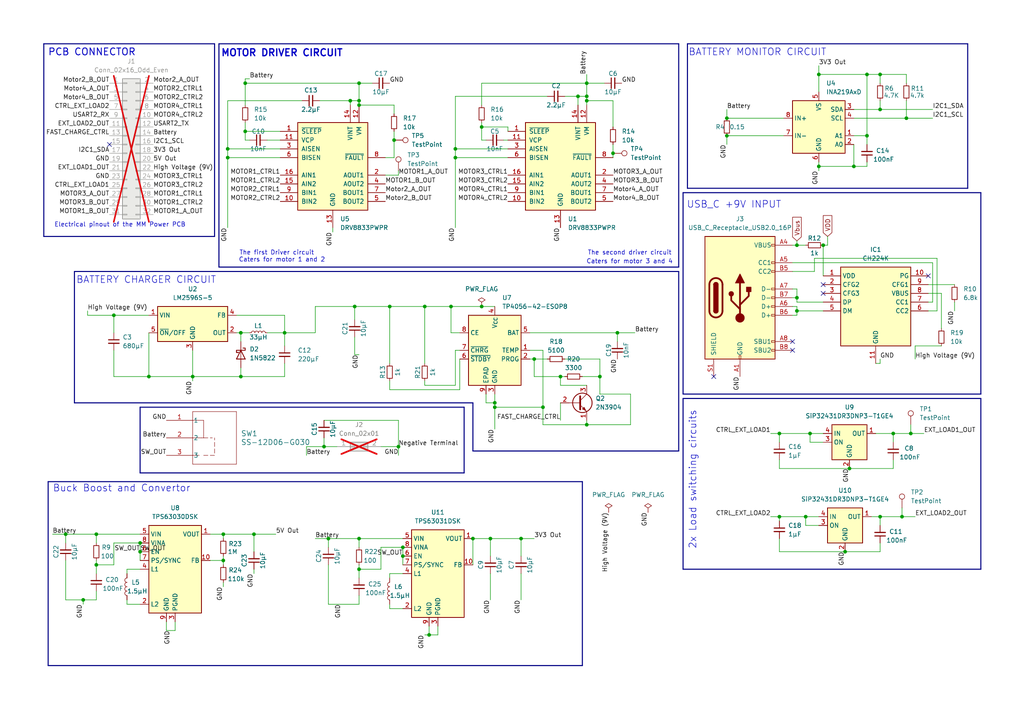
<source format=kicad_sch>
(kicad_sch (version 20250114) (generator "eeschema") (generator_version "9.0")
  (paper "A4")
  (title_block (title "GRP 14 POWER SUB-SYSTEM") (date "2025-03-25") (company "Universiy of Cape Town") (comment 3 "OKTSAM001") (comment 4 "Samson Okuthe"))
  (lib_symbols
    (symbol "2025-03-28_06-57-30:SS-12D06-G030" (pin_names (offset 0.254))
      (property "Reference" "SW" (at 15.24 7.62 0))
      (property "Value" "SS-12D06-G030" (at 20.32 5.08 0))
      (symbol "SS-12D06-G030_0_1"
        (pin unspecified line (at 0 0 0) (length 7.62) (name "1") (number "1"))
        (pin unspecified line (at 0 -5.08 0) (length 7.62) (name "2") (number "2"))
        (pin unspecified line (at 0 -10.16 0) (length 7.62) (name "3") (number "3"))
      )
    )
    (symbol "Battery_Management:TP4056-42-ESOP8"
      (property "Reference" "U" (at -6.604 11.684 0))
      (property "Value" "TP4056-42-ESOP8" (at 10.16 11.684 0))
      (symbol "TP4056-42-ESOP8_1_0"
        (pin input line (at -10.16 5.08 0) (length 2.54) (name "CE") (number "8"))
        (pin open_collector line (at -10.16 0 0) (length 2.54) (name "~{CHRG}") (number "7"))
        (pin open_collector line (at -10.16 -2.54 0) (length 2.54) (name "~{STDBY}") (number "6"))
        (pin passive line (at -2.54 -12.7 90) (length 2.54) (name "EPAD") (number "9"))
        (pin power_in line (at 0 12.7 270) (length 2.54) (name "V_{CC}") (number "4"))
        (pin power_in line (at 0 -12.7 90) (length 2.54) (name "GND") (number "3"))
        (pin power_out line (at 10.16 5.08 180) (length 2.54) (name "BAT") (number "5"))
        (pin input line (at 10.16 0 180) (length 2.54) (name "TEMP") (number "1"))
        (pin passive line (at 10.16 -2.54 180) (length 2.54) (name "PROG") (number "2"))
      )
    )
    (symbol "CH224K:CH224K"
      (property "Reference" "IC" (at 26.67 7.62 0))
      (property "Value" "CH224K" (at 26.67 5.08 0))
      (symbol "CH224K_1_1"
        (pin passive line (at 0 0 0) (length 5.08) (name "VDD") (number "1"))
        (pin passive line (at 0 -2.54 0) (length 5.08) (name "CFG2") (number "2"))
        (pin passive line (at 0 -5.08 0) (length 5.08) (name "CFG3") (number "3"))
        (pin passive line (at 0 -7.62 0) (length 5.08) (name "DP") (number "4"))
        (pin passive line (at 0 -10.16 0) (length 5.08) (name "DM") (number "5"))
        (pin passive line (at 15.24 -25.4 90) (length 5.08) (name "GND") (number "11"))
        (pin passive line (at 30.48 0 180) (length 5.08) (name "PG") (number "10"))
        (pin passive line (at 30.48 -2.54 180) (length 5.08) (name "CFG1") (number "9"))
        (pin passive line (at 30.48 -5.08 180) (length 5.08) (name "VBUS") (number "8"))
        (pin passive line (at 30.48 -7.62 180) (length 5.08) (name "CC1") (number "7"))
        (pin passive line (at 30.48 -10.16 180) (length 5.08) (name "CC2") (number "6"))
      )
    )
    (symbol "Connector:TestPoint" (pin_numbers (hide yes)) (pin_names (offset 0.762) (hide yes))
      (property "Reference" "TP" (at 0 6.858 0))
      (property "Value" "TestPoint" (at 0 5.08 0))
      (symbol "TestPoint_1_1"
        (pin passive line (at 0 0 90) (length 2.54) (name "1") (number "1"))
      )
    )
    (symbol "Connector:USB_C_Receptacle_USB2.0_16P" (pin_names (offset 1.016))
      (property "Reference" "J" (at 0 22.225 0))
      (property "Value" "USB_C_Receptacle_USB2.0_16P" (at 0 19.685 0))
      (symbol "USB_C_Receptacle_USB2.0_16P_1_1"
        (pin passive line (at -7.62 -22.86 90) (length 5.08) (name "SHIELD") (number "S1"))
        (pin passive line (at 0 -22.86 90) (length 5.08) (name "GND") (number "A1"))
        (pin passive line (at 0 -22.86 90) (length 5.08) (hide yes) (name "GND") (number "A12"))
        (pin passive line (at 0 -22.86 90) (length 5.08) (hide yes) (name "GND") (number "B1"))
        (pin passive line (at 0 -22.86 90) (length 5.08) (hide yes) (name "GND") (number "B12"))
        (pin passive line (at 15.24 15.24 180) (length 5.08) (name "VBUS") (number "A4"))
        (pin passive line (at 15.24 15.24 180) (length 5.08) (hide yes) (name "VBUS") (number "A9"))
        (pin passive line (at 15.24 15.24 180) (length 5.08) (hide yes) (name "VBUS") (number "B4"))
        (pin passive line (at 15.24 15.24 180) (length 5.08) (hide yes) (name "VBUS") (number "B9"))
        (pin bidirectional line (at 15.24 10.16 180) (length 5.08) (name "CC1") (number "A5"))
        (pin bidirectional line (at 15.24 7.62 180) (length 5.08) (name "CC2") (number "B5"))
        (pin bidirectional line (at 15.24 2.54 180) (length 5.08) (name "D-") (number "A7"))
        (pin bidirectional line (at 15.24 0 180) (length 5.08) (name "D-") (number "B7"))
        (pin bidirectional line (at 15.24 -2.54 180) (length 5.08) (name "D+") (number "A6"))
        (pin bidirectional line (at 15.24 -5.08 180) (length 5.08) (name "D+") (number "B6"))
        (pin bidirectional line (at 15.24 -12.7 180) (length 5.08) (name "SBU1") (number "A8"))
        (pin bidirectional line (at 15.24 -15.24 180) (length 5.08) (name "SBU2") (number "B8"))
      )
    )
    (symbol "Connector_Generic:Conn_02x01" (pin_names (offset 1.016) (hide yes))
      (property "Reference" "J" (at 1.27 2.54 0))
      (property "Value" "Conn_02x01" (at 1.27 -2.54 0))
      (symbol "Conn_02x01_1_1"
        (pin passive line (at -5.08 0 0) (length 3.81) (name "Pin_1") (number "1"))
        (pin passive line (at 7.62 0 180) (length 3.81) (name "Pin_2") (number "2"))
      )
    )
    (symbol "Connector_Generic:Conn_02x16_Odd_Even" (pin_names (offset 1.016) (hide yes))
      (property "Reference" "J" (at 1.27 20.32 0))
      (property "Value" "Conn_02x16_Odd_Even" (at 1.27 -22.86 0))
      (symbol "Conn_02x16_Odd_Even_1_1"
        (pin passive line (at -5.08 17.78 0) (length 3.81) (name "Pin_1") (number "1"))
        (pin passive line (at -5.08 15.24 0) (length 3.81) (name "Pin_3") (number "3"))
        (pin passive line (at -5.08 12.7 0) (length 3.81) (name "Pin_5") (number "5"))
        (pin passive line (at -5.08 10.16 0) (length 3.81) (name "Pin_7") (number "7"))
        (pin passive line (at -5.08 7.62 0) (length 3.81) (name "Pin_9") (number "9"))
        (pin passive line (at -5.08 5.08 0) (length 3.81) (name "Pin_11") (number "11"))
        (pin passive line (at -5.08 2.54 0) (length 3.81) (name "Pin_13") (number "13"))
        (pin passive line (at -5.08 0 0) (length 3.81) (name "Pin_15") (number "15"))
        (pin passive line (at -5.08 -2.54 0) (length 3.81) (name "Pin_17") (number "17"))
        (pin passive line (at -5.08 -5.08 0) (length 3.81) (name "Pin_19") (number "19"))
        (pin passive line (at -5.08 -7.62 0) (length 3.81) (name "Pin_21") (number "21"))
        (pin passive line (at -5.08 -10.16 0) (length 3.81) (name "Pin_23") (number "23"))
        (pin passive line (at -5.08 -12.7 0) (length 3.81) (name "Pin_25") (number "25"))
        (pin passive line (at -5.08 -15.24 0) (length 3.81) (name "Pin_27") (number "27"))
        (pin passive line (at -5.08 -17.78 0) (length 3.81) (name "Pin_29") (number "29"))
        (pin passive line (at -5.08 -20.32 0) (length 3.81) (name "Pin_31") (number "31"))
        (pin passive line (at 7.62 17.78 180) (length 3.81) (name "Pin_2") (number "2"))
        (pin passive line (at 7.62 15.24 180) (length 3.81) (name "Pin_4") (number "4"))
        (pin passive line (at 7.62 12.7 180) (length 3.81) (name "Pin_6") (number "6"))
        (pin passive line (at 7.62 10.16 180) (length 3.81) (name "Pin_8") (number "8"))
        (pin passive line (at 7.62 7.62 180) (length 3.81) (name "Pin_10") (number "10"))
        (pin passive line (at 7.62 5.08 180) (length 3.81) (name "Pin_12") (number "12"))
        (pin passive line (at 7.62 2.54 180) (length 3.81) (name "Pin_14") (number "14"))
        (pin passive line (at 7.62 0 180) (length 3.81) (name "Pin_16") (number "16"))
        (pin passive line (at 7.62 -2.54 180) (length 3.81) (name "Pin_18") (number "18"))
        (pin passive line (at 7.62 -5.08 180) (length 3.81) (name "Pin_20") (number "20"))
        (pin passive line (at 7.62 -7.62 180) (length 3.81) (name "Pin_22") (number "22"))
        (pin passive line (at 7.62 -10.16 180) (length 3.81) (name "Pin_24") (number "24"))
        (pin passive line (at 7.62 -12.7 180) (length 3.81) (name "Pin_26") (number "26"))
        (pin passive line (at 7.62 -15.24 180) (length 3.81) (name "Pin_28") (number "28"))
        (pin passive line (at 7.62 -17.78 180) (length 3.81) (name "Pin_30") (number "30"))
        (pin passive line (at 7.62 -20.32 180) (length 3.81) (name "Pin_32") (number "32"))
      )
    )
    (symbol "Device:C_Small" (pin_numbers (hide yes)) (pin_names (offset 0.254) (hide yes))
      (property "Reference" "C" (at 0.254 1.778 0))
      (property "Value" "C_Small" (at 0.254 -2.032 0))
      (symbol "C_Small_1_1"
        (pin passive line (at 0 2.54 270) (length 2.032) (name "~") (number "1"))
        (pin passive line (at 0 -2.54 90) (length 2.032) (name "~") (number "2"))
      )
    )
    (symbol "Device:L" (pin_numbers (hide yes)) (pin_names (offset 1.016) (hide yes))
      (property "Reference" "L" (at -1.27 0 90))
      (property "Value" "L" (at 1.905 0 90))
      (symbol "L_1_1"
        (pin passive line (at 0 3.81 270) (length 1.27) (name "1") (number "1"))
        (pin passive line (at 0 -3.81 90) (length 1.27) (name "2") (number "2"))
      )
    )
    (symbol "Device:L_Small" (pin_numbers (hide yes)) (pin_names (offset 0.254) (hide yes))
      (property "Reference" "L" (at 0.762 1.016 0))
      (property "Value" "L_Small" (at 0.762 -1.016 0))
      (symbol "L_Small_1_1"
        (pin passive line (at 0 2.54 270) (length 0.508) (name "~") (number "1"))
        (pin passive line (at 0 -2.54 90) (length 0.508) (name "~") (number "2"))
      )
    )
    (symbol "Device:R_Small" (pin_numbers (hide yes)) (pin_names (offset 0.254) (hide yes))
      (property "Reference" "R" (at 0.762 0.508 0))
      (property "Value" "R_Small" (at 0.762 -1.016 0))
      (symbol "R_Small_1_1"
        (pin passive line (at 0 2.54 270) (length 0.762) (name "~") (number "1"))
        (pin passive line (at 0 -2.54 90) (length 0.762) (name "~") (number "2"))
      )
    )
    (symbol "Diode:1N5822" (pin_numbers (hide yes)) (pin_names (offset 1.016) (hide yes))
      (property "Reference" "D" (at 0 2.54 0))
      (property "Value" "1N5822" (at 0 -2.54 0))
      (symbol "1N5822_1_1"
        (pin passive line (at -3.81 0 0) (length 2.54) (name "K") (number "1"))
        (pin passive line (at 3.81 0 180) (length 2.54) (name "A") (number "2"))
      )
    )
    (symbol "Driver_Motor:DRV8833PWP" (pin_names (offset 1.016))
      (property "Reference" "U" (at -3.81 16.51 0))
      (property "Value" "DRV8833PWP" (at -3.81 13.97 0))
      (symbol "DRV8833PWP_1_1"
        (pin input line (at -15.24 10.16 0) (length 5.08) (name "~{SLEEP}") (number "1"))
        (pin bidirectional line (at -15.24 7.62 0) (length 5.08) (name "VCP") (number "11"))
        (pin bidirectional line (at -15.24 5.08 0) (length 5.08) (name "AISEN") (number "3"))
        (pin bidirectional line (at -15.24 2.54 0) (length 5.08) (name "BISEN") (number "6"))
        (pin input line (at -15.24 -2.54 0) (length 5.08) (name "AIN1") (number "16"))
        (pin input line (at -15.24 -5.08 0) (length 5.08) (name "AIN2") (number "15"))
        (pin input line (at -15.24 -7.62 0) (length 5.08) (name "BIN1") (number "9"))
        (pin input line (at -15.24 -10.16 0) (length 5.08) (name "BIN2") (number "10"))
        (pin power_in line (at 0 -17.78 90) (length 5.08) (name "GND") (number "13"))
        (pin passive line (at 0 -17.78 90) (length 5.08) (hide yes) (name "GND") (number "17"))
        (pin power_in line (at 5.08 17.78 270) (length 5.08) (name "VINT") (number "14"))
        (pin power_in line (at 7.62 17.78 270) (length 5.08) (name "VM") (number "12"))
        (pin open_collector line (at 15.24 2.54 180) (length 5.08) (name "~{FAULT}") (number "8"))
        (pin power_out line (at 15.24 -2.54 180) (length 5.08) (name "AOUT1") (number "2"))
        (pin power_out line (at 15.24 -5.08 180) (length 5.08) (name "AOUT2") (number "4"))
        (pin power_out line (at 15.24 -7.62 180) (length 5.08) (name "BOUT1") (number "7"))
        (pin power_out line (at 15.24 -10.16 180) (length 5.08) (name "BOUT2") (number "5"))
      )
    )
    (symbol "Power_Management:SiP32431DR3"
      (property "Reference" "U" (at 0 8.89 0))
      (property "Value" "SiP32431DR3" (at 0 6.35 0))
      (symbol "SiP32431DR3_1_1"
        (pin passive line (at -7.62 2.54 0) (length 2.54) (name "IN") (number "4"))
        (pin input line (at -7.62 0 0) (length 2.54) (name "ON") (number "3"))
        (pin power_in line (at 0 -7.62 90) (length 2.54) (name "GND") (number "2"))
        (pin passive line (at 0 -7.62 90) (length 2.54) (hide yes) (name "GND") (number "5"))
        (pin no_connect line (at 5.08 0 180) (length 2.54) (hide yes) (name "NC") (number "6"))
        (pin passive line (at 7.62 2.54 180) (length 2.54) (name "OUT") (number "1"))
      )
    )
    (symbol "Regulator_Switching:LM2596S-5"
      (property "Reference" "U" (at -10.16 6.35 0))
      (property "Value" "LM2596S-5" (at 0 6.35 0))
      (symbol "LM2596S-5_1_1"
        (pin power_in line (at -12.7 2.54 0) (length 2.54) (name "VIN") (number "1"))
        (pin input line (at -12.7 -2.54 0) (length 2.54) (name "~{ON}/OFF") (number "5"))
        (pin power_in line (at 0 -7.62 90) (length 2.54) (name "GND") (number "3"))
        (pin input line (at 12.7 2.54 180) (length 2.54) (name "FB") (number "4"))
        (pin output line (at 12.7 -2.54 180) (length 2.54) (name "OUT") (number "2"))
      )
    )
    (symbol "Regulator_Switching:TPS63030DSK"
      (property "Reference" "U" (at -7.62 13.97 0))
      (property "Value" "TPS63030DSK" (at 5.08 13.97 0))
      (symbol "TPS63030DSK_1_1"
        (pin power_in line (at -10.16 10.16 0) (length 2.54) (name "VIN") (number "5"))
        (pin passive line (at -10.16 7.62 0) (length 2.54) (name "VINA") (number "8"))
        (pin input line (at -10.16 5.08 0) (length 2.54) (name "EN") (number "6"))
        (pin input line (at -10.16 2.54 0) (length 2.54) (name "PS/SYNC") (number "7"))
        (pin input line (at -10.16 0 0) (length 2.54) (name "L1") (number "4"))
        (pin input line (at -10.16 -10.16 0) (length 2.54) (name "L2") (number "2"))
        (pin power_in line (at -2.54 -15.24 90) (length 2.54) (name "GND") (number "9"))
        (pin passive line (at 0 -15.24 90) (length 2.54) (hide yes) (name "PGND") (number "11"))
        (pin power_in line (at 0 -15.24 90) (length 2.54) (name "PGND") (number "3"))
        (pin power_out line (at 10.16 10.16 180) (length 2.54) (name "VOUT") (number "1"))
        (pin input line (at 10.16 2.54 180) (length 2.54) (name "FB") (number "10"))
      )
    )
    (symbol "Regulator_Switching:TPS63031DSK"
      (property "Reference" "U" (at -7.62 13.97 0))
      (property "Value" "TPS63031DSK" (at 5.08 13.97 0))
      (symbol "TPS63031DSK_1_1"
        (pin power_in line (at -10.16 10.16 0) (length 2.54) (name "VIN") (number "5"))
        (pin passive line (at -10.16 7.62 0) (length 2.54) (name "VINA") (number "8"))
        (pin input line (at -10.16 5.08 0) (length 2.54) (name "EN") (number "6"))
        (pin input line (at -10.16 2.54 0) (length 2.54) (name "PS/SYNC") (number "7"))
        (pin input line (at -10.16 0 0) (length 2.54) (name "L1") (number "4"))
        (pin input line (at -10.16 -10.16 0) (length 2.54) (name "L2") (number "2"))
        (pin power_in line (at -2.54 -15.24 90) (length 2.54) (name "GND") (number "9"))
        (pin passive line (at 0 -15.24 90) (length 2.54) (hide yes) (name "PGND") (number "11"))
        (pin power_in line (at 0 -15.24 90) (length 2.54) (name "PGND") (number "3"))
        (pin power_out line (at 10.16 10.16 180) (length 2.54) (name "VOUT") (number "1"))
        (pin input line (at 10.16 2.54 180) (length 2.54) (name "FB") (number "10"))
      )
    )
    (symbol "Sensor_Energy:INA219AxD"
      (property "Reference" "U" (at -6.35 8.89 0))
      (property "Value" "INA219AxD" (at 5.08 8.89 0))
      (symbol "INA219AxD_1_1"
        (pin input line (at -10.16 2.54 0) (length 2.54) (name "IN+") (number "8"))
        (pin input line (at -10.16 -2.54 0) (length 2.54) (name "IN-") (number "7"))
        (pin power_in line (at 0 10.16 270) (length 2.54) (name "VS") (number "5"))
        (pin power_in line (at 0 -10.16 90) (length 2.54) (name "GND") (number "6"))
        (pin bidirectional line (at 10.16 5.08 180) (length 2.54) (name "SDA") (number "3"))
        (pin input line (at 10.16 2.54 180) (length 2.54) (name "SCL") (number "4"))
        (pin input line (at 10.16 -2.54 180) (length 2.54) (name "A1") (number "1"))
        (pin input line (at 10.16 -5.08 180) (length 2.54) (name "A0") (number "2"))
      )
    )
    (symbol "Transistor_BJT:2N3904" (pin_names (offset 0) (hide yes))
      (property "Reference" "Q" (at 5.08 1.905 0))
      (property "Value" "2N3904" (at 5.08 0 0))
      (symbol "2N3904_1_1"
        (pin input line (at -5.08 0 0) (length 2.54) (name "B") (number "2"))
        (pin passive line (at 2.54 5.08 270) (length 2.54) (name "C") (number "3"))
        (pin passive line (at 2.54 -5.08 90) (length 2.54) (name "E") (number "1"))
      )
    )
    (symbol "power:PWR_FLAG" (power) (pin_numbers (hide yes)) (pin_names (offset 0) (hide yes))
      (property "Value" "PWR_FLAG" (at 0 3.81 0))
      (symbol "PWR_FLAG_0_0"
        (pin power_out line (at 0 0 90) (length 0) (name "~") (number "1"))
      )
    )
  )
  (text "BATTERY MONITOR CIRCUIT" (at 219.71 15.24 0) (effects (font (size 2 2))))
  (text "BATTERY CHARGER CIRCUIT\n" (at 42.418 81.28 0) (effects (font (size 2 2))))
  (text "The first Driver circuit" (at 80.264 73.406 0) (effects (font (size 1.27 1.27))))
  (text "Buck Boost and Convertor" (at 35.306 141.732 0) (effects (font (size 2 2))))
  (text "MOTOR DRIVER CIRCUIT" (at 81.788 15.494 0) (effects (font (size 2 2) (thickness 0.375))))
  (text "The second driver circuit" (at 182.626 73.406 0) (effects (font (size 1.27 1.27))))
  (text "2x Load switching circuits\n" (at 200.914 139.192 90) (effects (font (size 2 2))))
  (text "Caters for motor 3 and 4\n" (at 182.626 75.946 0) (effects (font (size 1.27 1.27))))
  (text "PCB CONNECTOR" (at 26.67 15.24 0) (effects (font (size 2 2) (thickness 0.25))))
  (text "Caters for motor 1 and 2\n" (at 81.788 75.438 0) (effects (font (size 1.27 1.27))))
  (text "Electrical pinout of the MM Power PCB\n" (at 34.798 65.278 0) (effects (font (size 1.27 1.27))))
  (text "USB_C +9V INPUT" (at 199.136 59.436 0) (effects (font (size 2 2)) (justify left)))
  (junction (at 40.64 160.02))
  (junction (at 233.68 149.86))
  (junction (at 259.08 125.73))
  (junction (at 124.46 184.15))
  (junction (at 226.06 149.86))
  (junction (at 162.56 109.22))
  (junction (at 139.7 88.9))
  (junction (at 251.46 21.59))
  (junction (at 262.89 34.29))
  (junction (at 113.03 88.9))
  (junction (at 143.51 116.84))
  (junction (at 170.18 24.13))
  (junction (at 55.88 109.22))
  (junction (at 104.14 156.21))
  (junction (at 104.14 165.1))
  (junction (at 247.65 48.26))
  (junction (at 173.99 109.22))
  (junction (at 264.16 125.73))
  (junction (at 71.12 24.13))
  (junction (at 251.46 39.37))
  (junction (at 64.77 162.56))
  (junction (at 93.98 129.54))
  (junction (at 143.51 118.11))
  (junction (at 19.05 154.94))
  (junction (at 69.85 96.52))
  (junction (at 226.06 125.73))
  (junction (at 177.8 44.45))
  (junction (at 255.27 21.59))
  (junction (at 27.94 154.94))
  (junction (at 66.04 43.18))
  (junction (at 64.77 154.94))
  (junction (at 237.49 48.26))
  (junction (at 104.14 30.48))
  (junction (at 69.85 109.22))
  (junction (at 66.04 45.72))
  (junction (at 101.6 29.21))
  (junction (at 115.57 129.54))
  (junction (at 167.64 27.94))
  (junction (at 43.18 109.22))
  (junction (at 261.62 149.86))
  (junction (at 170.18 123.19))
  (junction (at 246.38 135.89))
  (junction (at 157.48 118.11))
  (junction (at 210.82 39.37))
  (junction (at 255.27 149.86))
  (junction (at 137.16 156.21))
  (junction (at 33.02 91.44))
  (junction (at 73.66 154.94))
  (junction (at 104.14 29.21))
  (junction (at 142.24 156.21))
  (junction (at 231.14 86.36))
  (junction (at 71.12 38.1))
  (junction (at 231.14 90.17))
  (junction (at 24.13 173.99))
  (junction (at 238.76 71.12))
  (junction (at 132.08 43.18))
  (junction (at 27.94 163.83))
  (junction (at 116.84 158.75))
  (junction (at 40.64 157.48))
  (junction (at 82.55 96.52))
  (junction (at 130.81 88.9))
  (junction (at 170.18 27.94))
  (junction (at 116.84 161.29))
  (junction (at 95.25 156.21))
  (junction (at 139.7 36.83))
  (junction (at 234.95 125.73))
  (junction (at 210.82 34.29))
  (junction (at 231.14 71.12))
  (junction (at 151.13 156.21))
  (junction (at 123.19 88.9))
  (junction (at 104.14 24.13))
  (junction (at 179.07 96.52))
  (junction (at 132.08 45.72))
  (junction (at 114.3 40.64))
  (junction (at 154.94 104.14))
  (junction (at 237.49 21.59))
  (junction (at 170.18 29.21))
  (junction (at 245.11 160.02))
  (junction (at 102.87 88.9))
  (junction (at 255.27 31.75))
  (no_connect (at 207.01 109.22))
  (no_connect (at 229.87 99.06))
  (no_connect (at 238.76 82.55))
  (no_connect (at 269.24 80.01))
  (no_connect (at 229.87 101.6))
  (no_connect (at 238.76 85.09))
  (no_connect (at 31.75 41.91))
  (wire (pts (xy 247.65 34.29) (xy 262.89 34.29)))
  (bus (pts (xy 134.62 137.16) (xy 134.62 118.11)))
  (wire (pts (xy 276.86 87.63) (xy 276.86 90.17)))
  (wire (pts (xy 270.51 76.2) (xy 270.51 87.63)))
  (wire (pts (xy 226.06 156.21) (xy 226.06 160.02)))
  (wire (pts (xy 25.4 91.44) (xy 33.02 91.44)))
  (wire (pts (xy 170.18 24.13) (xy 170.18 27.94)))
  (wire (pts (xy 40.64 157.48) (xy 33.02 157.48)))
  (wire (pts (xy 154.94 104.14) (xy 158.75 104.14)))
  (wire (pts (xy 170.18 123.19) (xy 157.48 123.19)))
  (bus (pts (xy 168.91 139.7) (xy 168.91 193.04)))
  (wire (pts (xy 55.88 109.22) (xy 55.88 110.49)))
  (bus (pts (xy 134.62 118.11) (xy 40.64 118.11)))
  (wire (pts (xy 265.43 100.33) (xy 273.05 100.33)))
  (bus (pts (xy 198.12 55.88) (xy 198.12 114.3)))
  (wire (pts (xy 102.87 97.79) (xy 102.87 102.87)))
  (wire (pts (xy 19.05 173.99) (xy 24.13 173.99)))
  (wire (pts (xy 40.64 157.48) (xy 40.64 160.02)))
  (wire (pts (xy 251.46 21.59) (xy 251.46 39.37)))
  (wire (pts (xy 132.08 27.94) (xy 158.75 27.94)))
  (bus (pts (xy 63.5 12.7) (xy 196.85 12.7)))
  (wire (pts (xy 36.83 175.26) (xy 40.64 175.26)))
  (wire (pts (xy 66.04 45.72) (xy 66.04 66.04)))
  (wire (pts (xy 19.05 154.94) (xy 19.05 157.48)))
  (wire (pts (xy 238.76 128.27) (xy 234.95 128.27)))
  (wire (pts (xy 123.19 88.9) (xy 130.81 88.9)))
  (wire (pts (xy 254 125.73) (xy 259.08 125.73)))
  (wire (pts (xy 251.46 39.37) (xy 247.65 39.37)))
  (wire (pts (xy 229.87 78.74) (xy 236.22 78.74)))
  (wire (pts (xy 71.12 24.13) (xy 104.14 24.13)))
  (wire (pts (xy 226.06 125.73) (xy 234.95 125.73)))
  (bus (pts (xy 284.48 165.1) (xy 198.12 165.1)))
  (wire (pts (xy 27.94 162.56) (xy 27.94 163.83)))
  (wire (pts (xy 271.78 90.17) (xy 269.24 90.17)))
  (wire (pts (xy 154.94 109.22) (xy 154.94 104.14)))
  (wire (pts (xy 226.06 135.89) (xy 246.38 135.89)))
  (wire (pts (xy 127 181.61) (xy 127 184.15)))
  (wire (pts (xy 66.04 43.18) (xy 81.28 43.18)))
  (wire (pts (xy 163.83 104.14) (xy 173.99 104.14)))
  (wire (pts (xy 71.12 22.86) (xy 72.39 22.86)))
  (wire (pts (xy 15.24 154.94) (xy 19.05 154.94)))
  (bus (pts (xy 63.5 12.7) (xy 63.5 77.47)))
  (wire (pts (xy 116.84 158.75) (xy 110.49 158.75)))
  (wire (pts (xy 157.48 123.19) (xy 157.48 118.11)))
  (wire (pts (xy 259.08 125.73) (xy 264.16 125.73)))
  (wire (pts (xy 77.47 96.52) (xy 82.55 96.52)))
  (wire (pts (xy 33.02 163.83) (xy 27.94 163.83)))
  (wire (pts (xy 55.88 101.6) (xy 55.88 109.22)))
  (wire (pts (xy 179.07 96.52) (xy 179.07 99.06)))
  (wire (pts (xy 93.98 129.54) (xy 97.79 129.54)))
  (wire (pts (xy 104.14 29.21) (xy 104.14 30.48)))
  (wire (pts (xy 163.83 109.22) (xy 162.56 109.22)))
  (bus (pts (xy 13.97 193.04) (xy 168.91 193.04)))
  (wire (pts (xy 19.05 162.56) (xy 19.05 173.99)))
  (wire (pts (xy 114.3 30.48) (xy 104.14 30.48)))
  (wire (pts (xy 255.27 149.86) (xy 261.62 149.86)))
  (wire (pts (xy 73.66 154.94) (xy 73.66 160.02)))
  (wire (pts (xy 66.04 43.18) (xy 66.04 45.72)))
  (wire (pts (xy 132.08 43.18) (xy 147.32 43.18)))
  (wire (pts (xy 234.95 125.73) (xy 238.76 125.73)))
  (wire (pts (xy 60.96 162.56) (xy 64.77 162.56)))
  (bus (pts (xy 12.7 12.7) (xy 12.7 68.58)))
  (wire (pts (xy 111.76 50.8) (xy 115.57 50.8)))
  (wire (pts (xy 113.03 88.9) (xy 123.19 88.9)))
  (wire (pts (xy 60.96 154.94) (xy 64.77 154.94)))
  (bus (pts (xy 62.23 68.58) (xy 62.23 12.7)))
  (wire (pts (xy 33.02 101.6) (xy 33.02 109.22)))
  (bus (pts (xy 62.23 12.7) (xy 12.7 12.7)))
  (bus (pts (xy 21.59 116.84) (xy 137.16 116.84)))
  (wire (pts (xy 104.14 156.21) (xy 116.84 156.21)))
  (wire (pts (xy 27.94 154.94) (xy 27.94 157.48)))
  (wire (pts (xy 251.46 48.26) (xy 247.65 48.26)))
  (bus (pts (xy 284.48 55.88) (xy 198.12 55.88)))
  (wire (pts (xy 95.25 175.26) (xy 104.14 175.26)))
  (wire (pts (xy 237.49 152.4) (xy 233.68 152.4)))
  (wire (pts (xy 147.32 36.83) (xy 139.7 36.83)))
  (wire (pts (xy 104.14 165.1) (xy 104.14 167.64)))
  (wire (pts (xy 73.66 154.94) (xy 80.01 154.94)))
  (wire (pts (xy 264.16 125.73) (xy 267.97 125.73)))
  (wire (pts (xy 229.87 71.12) (xy 231.14 71.12)))
  (bus (pts (xy 40.64 137.16) (xy 134.62 137.16)))
  (wire (pts (xy 64.77 154.94) (xy 64.77 156.21)))
  (wire (pts (xy 259.08 135.89) (xy 246.38 135.89)))
  (wire (pts (xy 132.08 43.18) (xy 132.08 45.72)))
  (wire (pts (xy 255.27 31.75) (xy 270.51 31.75)))
  (wire (pts (xy 259.08 125.73) (xy 259.08 128.27)))
  (wire (pts (xy 236.22 78.74) (xy 236.22 74.93)))
  (wire (pts (xy 210.82 39.37) (xy 210.82 41.91)))
  (wire (pts (xy 143.51 118.11) (xy 143.51 124.46)))
  (wire (pts (xy 66.04 29.21) (xy 66.04 43.18)))
  (wire (pts (xy 33.02 157.48) (xy 33.02 163.83)))
  (wire (pts (xy 36.83 173.99) (xy 36.83 175.26)))
  (wire (pts (xy 140.97 114.3) (xy 140.97 116.84)))
  (wire (pts (xy 130.81 88.9) (xy 139.7 88.9)))
  (wire (pts (xy 93.98 129.54) (xy 88.9 129.54)))
  (wire (pts (xy 101.6 29.21) (xy 101.6 30.48)))
  (wire (pts (xy 48.26 182.88) (xy 50.8 182.88)))
  (wire (pts (xy 82.55 96.52) (xy 82.55 91.44)))
  (wire (pts (xy 170.18 21.59) (xy 170.18 24.13)))
  (bus (pts (xy 199.39 54.61) (xy 280.67 54.61)))
  (wire (pts (xy 170.18 29.21) (xy 170.18 30.48)))
  (wire (pts (xy 151.13 156.21) (xy 154.94 156.21)))
  (wire (pts (xy 113.03 113.03) (xy 133.35 113.03)))
  (bus (pts (xy 13.97 139.7) (xy 13.97 193.04)))
  (wire (pts (xy 111.76 45.72) (xy 114.3 45.72)))
  (wire (pts (xy 55.88 109.22) (xy 69.85 109.22)))
  (wire (pts (xy 132.08 45.72) (xy 147.32 45.72)))
  (wire (pts (xy 229.87 86.36) (xy 231.14 86.36)))
  (wire (pts (xy 114.3 40.64) (xy 114.3 45.72)))
  (wire (pts (xy 251.46 39.37) (xy 251.46 41.91)))
  (wire (pts (xy 226.06 151.13) (xy 226.06 149.86)))
  (wire (pts (xy 264.16 123.19) (xy 264.16 125.73)))
  (wire (pts (xy 116.84 161.29) (xy 116.84 163.83)))
  (wire (pts (xy 68.58 91.44) (xy 82.55 91.44)))
  (wire (pts (xy 93.98 121.92) (xy 115.57 121.92)))
  (wire (pts (xy 170.18 24.13) (xy 175.26 24.13)))
  (wire (pts (xy 237.49 149.86) (xy 233.68 149.86)))
  (wire (pts (xy 251.46 46.99) (xy 251.46 48.26)))
  (wire (pts (xy 231.14 71.12) (xy 233.68 71.12)))
  (wire (pts (xy 113.03 166.37) (xy 116.84 166.37)))
  (wire (pts (xy 33.02 109.22) (xy 43.18 109.22)))
  (wire (pts (xy 104.14 172.72) (xy 104.14 175.26)))
  (wire (pts (xy 64.77 154.94) (xy 73.66 154.94)))
  (wire (pts (xy 137.16 156.21) (xy 137.16 163.83)))
  (wire (pts (xy 262.89 21.59) (xy 262.89 24.13)))
  (wire (pts (xy 25.4 90.17) (xy 25.4 91.44)))
  (wire (pts (xy 132.08 111.76) (xy 132.08 101.6)))
  (wire (pts (xy 123.19 88.9) (xy 123.19 105.41)))
  (wire (pts (xy 95.25 163.83) (xy 95.25 175.26)))
  (wire (pts (xy 157.48 118.11) (xy 143.51 118.11)))
  (wire (pts (xy 229.87 88.9) (xy 231.14 88.9)))
  (wire (pts (xy 123.19 110.49) (xy 123.19 111.76)))
  (wire (pts (xy 115.57 49.53) (xy 115.57 50.8)))
  (wire (pts (xy 91.44 88.9) (xy 102.87 88.9)))
  (wire (pts (xy 130.81 96.52) (xy 133.35 96.52)))
  (wire (pts (xy 231.14 90.17) (xy 238.76 90.17)))
  (wire (pts (xy 237.49 49.53) (xy 237.49 48.26)))
  (wire (pts (xy 71.12 40.64) (xy 72.39 40.64)))
  (wire (pts (xy 240.03 68.58) (xy 240.03 71.12)))
  (wire (pts (xy 237.49 21.59) (xy 251.46 21.59)))
  (wire (pts (xy 95.25 156.21) (xy 104.14 156.21)))
  (wire (pts (xy 91.44 156.21) (xy 95.25 156.21)))
  (wire (pts (xy 113.03 110.49) (xy 113.03 113.03)))
  (bus (pts (xy 196.85 78.74) (xy 196.85 130.81)))
  (wire (pts (xy 269.24 82.55) (xy 276.86 82.55)))
  (wire (pts (xy 113.03 88.9) (xy 113.03 105.41)))
  (wire (pts (xy 82.55 96.52) (xy 91.44 96.52)))
  (bus (pts (xy 137.16 116.84) (xy 137.16 130.81)))
  (bus (pts (xy 21.59 78.74) (xy 196.85 78.74)))
  (wire (pts (xy 139.7 88.9) (xy 143.51 88.9)))
  (wire (pts (xy 82.55 109.22) (xy 69.85 109.22)))
  (wire (pts (xy 162.56 116.84) (xy 162.56 121.92)))
  (wire (pts (xy 104.14 24.13) (xy 104.14 29.21)))
  (wire (pts (xy 229.87 83.82) (xy 231.14 83.82)))
  (wire (pts (xy 43.18 96.52) (xy 43.18 109.22)))
  (wire (pts (xy 234.95 128.27) (xy 234.95 125.73)))
  (bus (pts (xy 13.97 139.7) (xy 168.91 139.7)))
  (wire (pts (xy 231.14 87.63) (xy 231.14 86.36)))
  (wire (pts (xy 226.06 133.35) (xy 226.06 135.89)))
  (wire (pts (xy 124.46 181.61) (xy 124.46 184.15)))
  (wire (pts (xy 110.49 129.54) (xy 115.57 129.54)))
  (wire (pts (xy 177.8 41.91) (xy 177.8 44.45)))
  (wire (pts (xy 168.91 109.22) (xy 173.99 109.22)))
  (wire (pts (xy 113.03 166.37) (xy 113.03 167.64)))
  (wire (pts (xy 233.68 152.4) (xy 233.68 149.86)))
  (wire (pts (xy 227.33 39.37) (xy 210.82 39.37)))
  (wire (pts (xy 252.73 149.86) (xy 255.27 149.86)))
  (wire (pts (xy 231.14 87.63) (xy 238.76 87.63)))
  (wire (pts (xy 91.44 96.52) (xy 91.44 88.9)))
  (wire (pts (xy 170.18 123.19) (xy 182.88 123.19)))
  (wire (pts (xy 139.7 24.13) (xy 170.18 24.13)))
  (wire (pts (xy 142.24 156.21) (xy 151.13 156.21)))
  (wire (pts (xy 261.62 149.86) (xy 265.43 149.86)))
  (wire (pts (xy 210.82 34.29) (xy 227.33 34.29)))
  (wire (pts (xy 19.05 154.94) (xy 27.94 154.94)))
  (wire (pts (xy 96.52 67.31) (xy 96.52 66.04)))
  (bus (pts (xy 284.48 114.3) (xy 284.48 55.88)))
  (wire (pts (xy 24.13 173.99) (xy 24.13 175.26)))
  (wire (pts (xy 132.08 27.94) (xy 132.08 43.18)))
  (wire (pts (xy 73.66 165.1) (xy 73.66 166.37)))
  (wire (pts (xy 147.32 36.83) (xy 147.32 38.1)))
  (wire (pts (xy 27.94 154.94) (xy 40.64 154.94)))
  (wire (pts (xy 237.49 19.05) (xy 237.49 21.59)))
  (wire (pts (xy 247.65 48.26) (xy 237.49 48.26)))
  (bus (pts (xy 199.39 12.7) (xy 280.67 12.7)))
  (wire (pts (xy 255.27 105.41) (xy 255.27 104.14)))
  (bus (pts (xy 40.64 118.11) (xy 40.64 137.16)))
  (wire (pts (xy 247.65 31.75) (xy 255.27 31.75)))
  (wire (pts (xy 255.27 21.59) (xy 255.27 24.13)))
  (wire (pts (xy 247.65 41.91) (xy 247.65 48.26)))
  (wire (pts (xy 71.12 38.1) (xy 81.28 38.1)))
  (wire (pts (xy 102.87 102.87) (xy 104.14 102.87)))
  (wire (pts (xy 179.07 96.52) (xy 184.15 96.52)))
  (wire (pts (xy 255.27 21.59) (xy 262.89 21.59)))
  (bus (pts (xy 196.85 12.7) (xy 196.85 77.47)))
  (wire (pts (xy 115.57 129.54) (xy 115.57 132.08)))
  (wire (pts (xy 66.04 45.72) (xy 81.28 45.72)))
  (wire (pts (xy 182.88 114.3) (xy 182.88 123.19)))
  (wire (pts (xy 177.8 44.45) (xy 177.8 45.72)))
  (wire (pts (xy 143.51 114.3) (xy 143.51 116.84)))
  (wire (pts (xy 132.08 101.6) (xy 133.35 101.6)))
  (wire (pts (xy 88.9 129.54) (xy 88.9 132.08)))
  (wire (pts (xy 237.49 48.26) (xy 237.49 46.99)))
  (wire (pts (xy 114.3 40.64) (xy 114.3 38.1)))
  (wire (pts (xy 139.7 36.83) (xy 139.7 40.64)))
  (wire (pts (xy 113.03 175.26) (xy 113.03 176.53)))
  (wire (pts (xy 139.7 30.48) (xy 139.7 24.13)))
  (wire (pts (xy 77.47 40.64) (xy 81.28 40.64)))
  (wire (pts (xy 262.89 29.21) (xy 262.89 34.29)))
  (wire (pts (xy 110.49 165.1) (xy 104.14 165.1)))
  (wire (pts (xy 69.85 106.68) (xy 69.85 109.22)))
  (wire (pts (xy 162.56 109.22) (xy 154.94 109.22)))
  (wire (pts (xy 139.7 35.56) (xy 139.7 36.83)))
  (wire (pts (xy 64.77 162.56) (xy 64.77 163.83)))
  (wire (pts (xy 36.83 165.1) (xy 40.64 165.1)))
  (wire (pts (xy 255.27 157.48) (xy 255.27 160.02)))
  (wire (pts (xy 162.56 111.76) (xy 170.18 111.76)))
  (wire (pts (xy 68.58 96.52) (xy 69.85 96.52)))
  (wire (pts (xy 167.64 27.94) (xy 170.18 27.94)))
  (wire (pts (xy 153.67 104.14) (xy 154.94 104.14)))
  (wire (pts (xy 182.88 114.3) (xy 173.99 114.3)))
  (wire (pts (xy 82.55 96.52) (xy 82.55 100.33)))
  (wire (pts (xy 27.94 171.45) (xy 27.94 173.99)))
  (wire (pts (xy 261.62 147.32) (xy 261.62 149.86)))
  (wire (pts (xy 229.87 91.44) (xy 231.14 91.44)))
  (wire (pts (xy 133.35 104.14) (xy 133.35 113.03)))
  (wire (pts (xy 173.99 104.14) (xy 173.99 109.22)))
  (wire (pts (xy 123.19 184.15) (xy 124.46 184.15)))
  (wire (pts (xy 231.14 91.44) (xy 231.14 90.17)))
  (bus (pts (xy 198.12 115.57) (xy 198.12 165.1)))
  (wire (pts (xy 162.56 109.22) (xy 162.56 111.76)))
  (wire (pts (xy 123.19 111.76) (xy 132.08 111.76)))
  (wire (pts (xy 157.48 101.6) (xy 157.48 118.11)))
  (wire (pts (xy 66.04 29.21) (xy 87.63 29.21)))
  (wire (pts (xy 104.14 163.83) (xy 104.14 165.1)))
  (wire (pts (xy 226.06 160.02) (xy 245.11 160.02)))
  (wire (pts (xy 153.67 101.6) (xy 157.48 101.6)))
  (wire (pts (xy 142.24 166.37) (xy 142.24 173.99)))
  (wire (pts (xy 262.89 34.29) (xy 270.51 34.29)))
  (wire (pts (xy 102.87 88.9) (xy 102.87 92.71)))
  (wire (pts (xy 259.08 133.35) (xy 259.08 135.89)))
  (wire (pts (xy 48.26 180.34) (xy 48.26 182.88)))
  (wire (pts (xy 69.85 96.52) (xy 72.39 96.52)))
  (wire (pts (xy 82.55 105.41) (xy 82.55 109.22)))
  (wire (pts (xy 71.12 38.1) (xy 71.12 40.64)))
  (bus (pts (xy 12.7 68.58) (xy 62.23 68.58)))
  (wire (pts (xy 146.05 40.64) (xy 147.32 40.64)))
  (wire (pts (xy 71.12 35.56) (xy 71.12 38.1)))
  (wire (pts (xy 50.8 180.34) (xy 50.8 182.88)))
  (bus (pts (xy 198.12 114.3) (xy 284.48 114.3)))
  (bus (pts (xy 21.59 78.74) (xy 21.59 116.84)))
  (wire (pts (xy 24.13 173.99) (xy 27.94 173.99)))
  (wire (pts (xy 92.71 29.21) (xy 101.6 29.21)))
  (wire (pts (xy 226.06 128.27) (xy 226.06 125.73)))
  (wire (pts (xy 237.49 21.59) (xy 237.49 26.67)))
  (wire (pts (xy 177.8 29.21) (xy 170.18 29.21)))
  (wire (pts (xy 167.64 27.94) (xy 167.64 30.48)))
  (wire (pts (xy 238.76 71.12) (xy 240.03 71.12)))
  (wire (pts (xy 101.6 29.21) (xy 104.14 29.21)))
  (wire (pts (xy 226.06 149.86) (xy 233.68 149.86)))
  (wire (pts (xy 43.18 109.22) (xy 55.88 109.22)))
  (wire (pts (xy 273.05 85.09) (xy 273.05 95.25)))
  (wire (pts (xy 124.46 184.15) (xy 127 184.15)))
  (wire (pts (xy 93.98 127) (xy 93.98 129.54)))
  (bus (pts (xy 199.39 12.7) (xy 199.39 54.61)))
  (wire (pts (xy 223.52 149.86) (xy 226.06 149.86)))
  (wire (pts (xy 71.12 24.13) (xy 71.12 30.48)))
  (wire (pts (xy 95.25 156.21) (xy 95.25 158.75)))
  (wire (pts (xy 236.22 74.93) (xy 271.78 74.93)))
  (wire (pts (xy 40.64 160.02) (xy 40.64 162.56)))
  (wire (pts (xy 36.83 165.1) (xy 36.83 166.37)))
  (wire (pts (xy 271.78 74.93) (xy 271.78 90.17)))
  (wire (pts (xy 114.3 33.02) (xy 114.3 30.48)))
  (wire (pts (xy 33.02 91.44) (xy 43.18 91.44)))
  (wire (pts (xy 104.14 24.13) (xy 107.95 24.13)))
  (wire (pts (xy 231.14 69.85) (xy 231.14 71.12)))
  (bus (pts (xy 137.16 130.81) (xy 196.85 130.81)))
  (wire (pts (xy 140.97 116.84) (xy 143.51 116.84)))
  (wire (pts (xy 69.85 96.52) (xy 69.85 99.06)))
  (wire (pts (xy 265.43 104.14) (xy 265.43 100.33)))
  (wire (pts (xy 163.83 27.94) (xy 167.64 27.94)))
  (wire (pts (xy 27.94 163.83) (xy 27.94 166.37)))
  (wire (pts (xy 255.27 105.41) (xy 254 105.41)))
  (wire (pts (xy 270.51 87.63) (xy 269.24 87.63)))
  (wire (pts (xy 104.14 156.21) (xy 104.14 158.75)))
  (wire (pts (xy 113.03 176.53) (xy 116.84 176.53)))
  (wire (pts (xy 177.8 36.83) (xy 177.8 29.21)))
  (bus (pts (xy 198.12 115.57) (xy 284.48 115.57)))
  (wire (pts (xy 139.7 40.64) (xy 140.97 40.64)))
  (wire (pts (xy 269.24 85.09) (xy 273.05 85.09)))
  (wire (pts (xy 33.02 91.44) (xy 33.02 96.52)))
  (wire (pts (xy 110.49 158.75) (xy 110.49 165.1)))
  (wire (pts (xy 142.24 156.21) (xy 142.24 161.29)))
  (wire (pts (xy 170.18 27.94) (xy 170.18 29.21)))
  (wire (pts (xy 255.27 149.86) (xy 255.27 152.4)))
  (wire (pts (xy 151.13 156.21) (xy 151.13 161.29)))
  (wire (pts (xy 64.77 168.91) (xy 64.77 170.18)))
  (wire (pts (xy 153.67 96.52) (xy 179.07 96.52)))
  (wire (pts (xy 255.27 160.02) (xy 245.11 160.02)))
  (wire (pts (xy 229.87 76.2) (xy 270.51 76.2)))
  (wire (pts (xy 71.12 24.13) (xy 71.12 22.86)))
  (wire (pts (xy 210.82 31.75) (xy 210.82 34.29)))
  (wire (pts (xy 143.51 116.84) (xy 143.51 118.11)))
  (wire (pts (xy 132.08 45.72) (xy 132.08 66.04)))
  (bus (pts (xy 196.85 77.47) (xy 63.5 77.47)))
  (wire (pts (xy 231.14 83.82) (xy 231.14 86.36)))
  (wire (pts (xy 173.99 114.3) (xy 173.99 109.22)))
  (wire (pts (xy 170.18 121.92) (xy 170.18 123.19)))
  (wire (pts (xy 231.14 88.9) (xy 231.14 90.17)))
  (wire (pts (xy 115.57 121.92) (xy 115.57 129.54)))
  (wire (pts (xy 130.81 88.9) (xy 130.81 96.52)))
  (wire (pts (xy 238.76 80.01) (xy 238.76 71.12)))
  (wire (pts (xy 251.46 21.59) (xy 255.27 21.59)))
  (wire (pts (xy 151.13 166.37) (xy 151.13 173.99)))
  (wire (pts (xy 102.87 88.9) (xy 113.03 88.9)))
  (wire (pts (xy 116.84 158.75) (xy 116.84 161.29)))
  (bus (pts (xy 284.48 115.57) (xy 284.48 165.1)))
  (wire (pts (xy 137.16 156.21) (xy 142.24 156.21)))
  (wire (pts (xy 255.27 29.21) (xy 255.27 31.75)))
  (bus (pts (xy 280.67 54.61) (xy 280.67 12.7)))
  (wire (pts (xy 64.77 161.29) (xy 64.77 162.56)))
  (wire (pts (xy 223.52 125.73) (xy 226.06 125.73)))
  (label "Motor2_A_OUT" (at 44.45 24.13 0))
  (label "GND" (at 31.75 52.07 180))
  (label "MOTOR3_B_OUT" (at 177.8 53.34 0))
  (label "3V3 Out" (at 237.49 19.05 0))
  (label "GND" (at 64.77 170.18 270))
  (label "GND" (at 142.24 173.99 270))
  (label "CTRL_EXT_LOAD2" (at 223.52 149.86 180))
  (label "MOTOR1_CTRL1" (at 44.45 57.15 0))
  (label "MOTOR3_A_OUT" (at 177.8 50.8 0))
  (label "Motor2_B_OUT" (at 31.75 24.13 180))
  (label "MOTOR4_CTRL1" (at 44.45 31.75 0))
  (label "FAST_CHARGE_CTRL" (at 162.56 121.92 180))
  (label "3V3 Out" (at 44.45 44.45 0))
  (label "GND" (at 179.07 104.14 270))
  (label "MOTOR1_B_OUT" (at 111.76 53.34 0))
  (label "MOTOR4_CTRL2" (at 44.45 34.29 0))
  (label "GND" (at 66.04 66.04 270))
  (label "GND" (at 115.57 132.08 180))
  (label "Battery" (at 88.9 132.08 0))
  (label "MOTOR4_CTRL2" (at 147.32 58.42 180))
  (label "USART2_RX" (at 31.75 34.29 180))
  (label "MOTOR1_CTRL2" (at 81.28 53.34 180))
  (label "MOTOR2_CTRL2" (at 81.28 58.42 180))
  (label "GND" (at 99.06 175.26 270))
  (label "High Voltage (9V)" (at 176.53 148.59 270))
  (label "GND" (at 132.08 66.04 270))
  (label "EXT_LOAD1_OUT" (at 31.75 49.53 180))
  (label "EXT_LOAD2_OUT" (at 31.75 36.83 180))
  (label "Battery" (at 91.44 156.21 0))
  (label "GND" (at 246.38 135.89 270))
  (label "Motor4_B_OUT" (at 177.8 58.42 0))
  (label "EXT_LOAD1_OUT" (at 267.97 125.73 0))
  (label "MOTOR1_CTRL1" (at 81.28 50.8 180))
  (label "MOTOR2_CTRL1" (at 81.28 55.88 180))
  (label "GND" (at 245.11 160.02 270))
  (label "Motor4_B_OUT" (at 31.75 29.21 180))
  (label "MOTOR1_CTRL2" (at 44.45 59.69 0))
  (label "GND" (at 48.26 121.92 180))
  (label "USART2_TX" (at 44.45 36.83 0))
  (label "Battery" (at 48.26 127 180))
  (label "GND" (at 55.88 110.49 270))
  (label "GND" (at 162.56 66.04 270))
  (label "CTRL_EXT_LOAD2" (at 31.75 31.75 180))
  (label "CTRL_EXT_LOAD1" (at 223.52 125.73 180))
  (label "I2C1_SDA" (at 31.75 44.45 180))
  (label "MOTOR2_CTRL2" (at 44.45 29.21 0))
  (label "SW_OUT" (at 40.64 160.02 0))
  (label "GND" (at 31.75 46.99 180))
  (label "High Voltage (9V)" (at 265.43 104.14 0))
  (label "GND" (at 96.52 67.31 270))
  (label "Battery" (at 72.39 22.86 0))
  (label "MOTOR3_CTRL1" (at 44.45 52.07 0))
  (label "High Voltage (9V)" (at 44.45 49.53 0))
  (label "Motor4_A_OUT" (at 177.8 55.88 0))
  (label "I2C1_SDA" (at 270.51 31.75 0))
  (label "SW_OUT" (at 116.84 161.29 180))
  (label "GND" (at 180.34 24.13 0))
  (label "GND" (at 73.66 166.37 270))
  (label "GND" (at 237.49 49.53 270))
  (label "Motor4_A_OUT" (at 31.75 26.67 180))
  (label "MOTOR1_B_OUT" (at 31.75 62.23 180))
  (label "CTRL_EXT_LOAD1" (at 31.75 54.61 180))
  (label "High Voltage (9V)" (at 25.4 90.17 0))
  (label "Battery" (at 44.45 39.37 0))
  (label "Motor2_B_OUT" (at 111.76 58.42 0))
  (label "EXT_LOAD2_OUT" (at 265.43 149.86 0))
  (label "GND" (at 151.13 173.99 270))
  (label "3V3 Out" (at 154.94 156.21 0))
  (label "MOTOR3_CTRL2" (at 44.45 54.61 0))
  (label "Battery" (at 210.82 31.75 0))
  (label "SW_OUT" (at 48.26 132.08 180))
  (label "I2C1_SCL" (at 44.45 41.91 0))
  (label "GND" (at 276.86 90.17 270))
  (label "MOTOR4_CTRL1" (at 147.32 55.88 180))
  (label "MOTOR1_A_OUT" (at 115.57 50.8 0))
  (label "5V Out" (at 44.45 46.99 0))
  (label "Battery" (at 170.18 21.59 90))
  (label "5V Out" (at 80.01 154.94 0))
  (label "MOTOR2_CTRL1" (at 44.45 26.67 0))
  (label "GND" (at 104.14 102.87 270))
  (label "GND" (at 123.19 184.15 270))
  (label "Motor2_A_OUT" (at 111.76 55.88 0))
  (label "SW_OUT" (at 40.64 160.02 180))
  (label "Negative Terminal" (at 115.57 129.54 0))
  (label "GND" (at 255.27 104.14 0))
  (label "Battery" (at 15.24 154.94 0))
  (label "GND" (at 24.13 175.26 270))
  (label "GND" (at 143.51 124.46 270))
  (label "MOTOR3_A_OUT" (at 31.75 57.15 180))
  (label "GND" (at 113.03 24.13 0))
  (label "Battery" (at 184.15 96.52 0))
  (label "MOTOR3_CTRL1" (at 147.32 50.8 180))
  (label "I2C1_SCL" (at 270.51 34.29 0))
  (label "MOTOR1_A_OUT" (at 44.45 62.23 0))
  (label "GND" (at 214.63 109.22 270))
  (label "MOTOR3_B_OUT" (at 31.75 59.69 180))
  (label "GND" (at 187.96 148.59 270))
  (label "GND" (at 49.53 182.88 270))
  (label "FAST_CHARGE_CTRL" (at 31.75 39.37 180))
  (label "GND" (at 210.82 41.91 270))
  (label "MOTOR3_CTRL2" (at 147.32 53.34 180))
  (global_label "VDD" (shape input) (at 240.03 68.58 90) (property "Intersheetrefs" "${INTERSHEET_REFS}" (effects (hide yes))))
  (global_label "Vbus" (shape input) (at 231.14 69.85 90) (property "Intersheetrefs" "${INTERSHEET_REFS}" (effects (hide yes))))
  (symbol (lib_id "Device:C_Small") (at 226.06 130.81 0) (unit 1)
    (property "Reference" "C16" (at 228.6 129.5462 0) (effects (justify left)))
    (property "Value" "1μF" (at 228.6 132.0862 0) (effects (justify left)))
    (property "Footprint" "Capacitor_SMD:C_1206_3216Metric_Pad1.33x1.80mm_HandSolder" (effects (hide yes)))
    (property "Datasheet" "https://jlcpcb.com/api/file/downloadByFileSystemAccessId/8579707343598243840" (effects (hide yes)))
    (property "Description" "Unpolarized capacitor, small symbol" (effects (hide yes)))
    (property "LCSC" "C1848" (effects (hide yes)))
  )
  (symbol (lib_id "Device:R_Small") (at 255.27 26.67 0) (unit 1)
    (property "Reference" "R6" (at 256.54 25.654 0) (effects (justify left)))
    (property "Value" "4.7K" (at 256.286 27.686 0) (effects (justify left)))
    (property "Footprint" "Resistor_SMD:R_0603_1608Metric_Pad0.98x0.95mm_HandSolder" (effects (hide yes)))
    (property "Datasheet" "https://jlcpcb.com/api/file/downloadByFileSystemAccessId/8579706251506339840" (effects (hide yes)))
    (property "Description" "Resistor, small symbol" (effects (hide yes)))
    (property "LCSC" " C23162" (effects (hide yes)))
  )
  (symbol (lib_id "Regulator_Switching:LM2596S-5") (at 55.88 93.98 0) (unit 1)
    (property "Reference" "U2" (at 55.88 83.82 0))
    (property "Value" "LM2596S-5" (at 55.88 86.36 0))
    (property "Footprint" "Package_TO_SOT_SMD:TO-263-5_TabPin3" (effects (hide yes)))
    (property "Datasheet" "https://www.ti.com/cn/lit/ds/symlink/lm2596.pdf?ts=1743105191528&ref_url=https%253A%252F%252Fjlcpcb.com%252F" (effects (hide yes)))
    (property "Description" "5V 3A Step-Down Voltage Regulator, TO-263" (effects (hide yes)))
    (property "LCSC" "C10002" (effects (hide yes)))
  )
  (symbol (lib_id "Device:C_Small") (at 102.87 95.25 180) (unit 1)
    (property "Reference" "C21" (at 100.076 95.25 90))
    (property "Value" "10μF" (at 105.41 95.25 90))
    (property "Footprint" "Capacitor_SMD:C_1206_3216Metric_Pad1.33x1.80mm_HandSolder" (effects (hide yes)))
    (property "Datasheet" "https://jlcpcb.com/api/file/downloadByFileSystemAccessId/8579707359440130048" (effects (hide yes)))
    (property "Description" "Unpolarized capacitor, small symbol" (effects (hide yes)))
    (property "LCSC" "C13585" (effects (hide yes)))
  )
  (symbol (lib_id "Device:R_Small") (at 236.22 71.12 90) (unit 1)
    (property "Reference" "R12" (at 236.22 69.088 90))
    (property "Value" "1k" (at 236.22 73.406 90))
    (property "Footprint" "Resistor_SMD:R_1206_3216Metric_Pad1.30x1.75mm_HandSolder" (effects (hide yes)))
    (property "Datasheet" "https://jlcpcb.com/api/file/downloadByFileSystemAccessId/8579705859536048128" (effects (hide yes)))
    (property "Description" "Resistor, small symbol" (effects (hide yes)))
    (property "LCSC" "C4410" (effects (hide yes)))
  )
  (symbol (lib_id "Device:C_Small") (at 90.17 29.21 90) (unit 1)
    (property "Reference" "C13" (at 90.17 26.162 90))
    (property "Value" "2.2μF" (at 90.17 31.75 90))
    (property "Footprint" "Capacitor_SMD:C_0402_1005Metric_Pad0.74x0.62mm_HandSolder" (effects (hide yes)))
    (property "Datasheet" "https://jlcpcb.com/api/file/downloadByFileSystemAccessId/8586178550172540928" (effects (hide yes)))
    (property "Description" "Unpolarized capacitor, small symbol" (effects (hide yes)))
    (property "LCSC" "C12530" (effects (hide yes)))
  )
  (symbol (lib_id "Device:C_Small") (at 82.55 102.87 0) (unit 1)
    (property "Reference" "C12" (at 86.36 101.6062 0) (effects (justify left)))
    (property "Value" "220μF" (at 86.36 104.1462 0) (effects (justify left)))
    (property "Footprint" "Capacitor_SMD:C_1206_3216Metric_Pad1.33x1.80mm_HandSolder" (effects (hide yes)))
    (property "Description" "Unpolarized capacitor, small symbol" (effects (hide yes)))
  )
  (symbol (lib_id "Device:R_Small") (at 114.3 35.56 0) (unit 1)
    (property "Reference" "R17" (at 116.84 34.2899 0) (effects (justify left)))
    (property "Value" "10k" (at 116.84 36.8299 0) (effects (justify left)))
    (property "Footprint" "Resistor_SMD:R_0805_2012Metric_Pad1.20x1.40mm_HandSolder" (effects (hide yes)))
    (property "Datasheet" "https://jlcpcb.com/api/file/downloadByFileSystemAccessId/8562006748401074176" (effects (hide yes)))
    (property "Description" "Resistor, small symbol" (effects (hide yes)))
    (property "LCSC" "C17414" (effects (hide yes)))
  )
  (symbol (lib_id "Connector_Generic:Conn_02x16_Odd_Even") (at 36.83 41.91 0) (unit 1) (dnp yes)
    (property "Reference" "J1" (at 38.1 17.78 0))
    (property "Value" "Conn_02x16_Odd_Even" (at 38.1 20.32 0))
    (property "Description" "Generic connector, double row, 02x16, odd/even pin numbering scheme (row 1 odd numbers, row 2 even numbers), script generated (kicad-library-utils/schlib/autogen/connector/)" (effects (hide yes)))
  )
  (symbol (lib_id "Device:C_Small") (at 27.94 168.91 180) (unit 1)
    (property "Reference" "C20" (at 32.512 168.148 0))
    (property "Value" "100nF" (at 32.766 170.688 0))
    (property "Footprint" "Capacitor_SMD:C_0402_1005Metric_Pad0.74x0.62mm_HandSolder" (effects (hide yes)))
    (property "Datasheet" "https://jlcpcb.com/api/file/downloadByFileSystemAccessId/8579707269996871680" (effects (hide yes)))
    (property "Description" "Unpolarized capacitor, small symbol" (effects (hide yes)))
    (property "LCSC" " C1525" (effects (hide yes)))
  )
  (symbol (lib_id "Device:R_Small") (at 123.19 107.95 180) (unit 1)
    (property "Reference" "R21" (at 121.158 107.95 90))
    (property "Value" "1k" (at 125.476 107.95 90))
    (property "Footprint" "Resistor_SMD:R_1206_3216Metric_Pad1.30x1.75mm_HandSolder" (effects (hide yes)))
    (property "Datasheet" "https://jlcpcb.com/api/file/downloadByFileSystemAccessId/8579705859536048128" (effects (hide yes)))
    (property "Description" "Resistor, small symbol" (effects (hide yes)))
    (property "LCSC" "C4410" (effects (hide yes)))
  )
  (symbol (lib_id "Transistor_BJT:2N3904") (at 167.64 116.84 0) (unit 1)
    (property "Reference" "Q2" (at 172.72 115.5699 0) (effects (justify left)))
    (property "Value" "2N3904" (at 172.72 118.1099 0) (effects (justify left)))
    (property "Footprint" "Package_TO_SOT_SMD:SOT-23" (effects (hide yes)))
    (property "Datasheet" "https://www.onsemi.com/pub/Collateral/2N3903-D.PDF" (effects (hide yes)))
    (property "Description" "0.2A Ic, 40V Vce, Small Signal NPN Transistor, TO-92" (effects (hide yes)))
    (property "LCSC" "C18536" (effects (hide yes)))
  )
  (symbol (lib_id "Connector:TestPoint") (at 115.57 49.53 0) (unit 1)
    (property "Reference" "TP3" (at 118.11 44.9579 0) (effects (justify left)))
    (property "Value" "TestPoint" (at 118.11 47.4979 0) (effects (justify left)))
    (property "Footprint" "TestPoint:TestPoint_Pad_D2.0mm" (effects (hide yes)))
    (property "Description" "test point" (effects (hide yes)))
  )
  (symbol (lib_id "Device:C_Small") (at 33.02 99.06 0) (unit 1)
    (property "Reference" "C3" (at 35.56 97.7962 0) (effects (justify left)))
    (property "Value" "680μF" (at 35.56 100.3362 0) (effects (justify left)))
    (property "Footprint" "Capacitor_THT:C_Radial_D10.0mm_H20.0mm_P5.00mm" (effects (hide yes)))
    (property "Datasheet" "https://jlcpcb.com/api/file/downloadByFileSystemAccessId/8588887030894383104" (effects (hide yes)))
    (property "Description" "Unpolarized capacitor, small symbol" (effects (hide yes)))
    (property "LCSC" "C23777" (effects (hide yes)))
  )
  (symbol (lib_id "Device:C_Small") (at 226.06 153.67 0) (unit 1)
    (property "Reference" "C18" (at 228.6 152.4062 0) (effects (justify left)))
    (property "Value" "1μF" (at 228.6 154.9462 0) (effects (justify left)))
    (property "Footprint" "Capacitor_SMD:C_1206_3216Metric_Pad1.33x1.80mm_HandSolder" (effects (hide yes)))
    (property "Datasheet" "https://jlcpcb.com/api/file/downloadByFileSystemAccessId/8579707343598243840" (effects (hide yes)))
    (property "Description" "Unpolarized capacitor, small symbol" (effects (hide yes)))
    (property "LCSC" "C1848" (effects (hide yes)))
  )
  (symbol (lib_id "Device:R_Small") (at 71.12 33.02 0) (unit 1)
    (property "Reference" "R15" (at 73.66 31.7499 0) (effects (justify left)))
    (property "Value" "10k" (at 73.66 34.2899 0) (effects (justify left)))
    (property "Footprint" "Resistor_SMD:R_0805_2012Metric_Pad1.20x1.40mm_HandSolder" (effects (hide yes)))
    (property "Datasheet" "https://jlcpcb.com/api/file/downloadByFileSystemAccessId/8562006748401074176" (effects (hide yes)))
    (property "Description" "Resistor, small symbol" (effects (hide yes)))
    (property "LCSC" "C17414" (effects (hide yes)))
  )
  (symbol (lib_id "Device:C_Small") (at 73.66 162.56 180) (unit 1)
    (property "Reference" "C23" (at 70.866 162.56 90))
    (property "Value" "10μF" (at 76.2 162.56 90))
    (property "Footprint" "Capacitor_SMD:C_1206_3216Metric_Pad1.33x1.80mm_HandSolder" (effects (hide yes)))
    (property "Datasheet" "https://jlcpcb.com/api/file/downloadByFileSystemAccessId/8579707359440130048" (effects (hide yes)))
    (property "Description" "Unpolarized capacitor, small symbol" (effects (hide yes)))
    (property "LCSC" "C13585" (effects (hide yes)))
  )
  (symbol (lib_id "Device:R_Small") (at 64.77 166.37 180) (unit 1)
    (property "Reference" "R24" (at 66.294 165.354 0) (effects (justify right)))
    (property "Value" "110k" (at 66.04 167.894 0) (effects (justify right)))
    (property "Footprint" "Resistor_SMD:R_0805_2012Metric_Pad1.20x1.40mm_HandSolder" (effects (hide yes)))
    (property "Datasheet" "https://jlcpcb.com/api/file/downloadByFileSystemAccessId/8579706738893127680" (effects (hide yes)))
    (property "Description" "Resistor, small symbol" (effects (hide yes)))
    (property "LCSC" "C17422" (effects (hide yes)))
  )
  (symbol (lib_id "Device:C_Small") (at 93.98 124.46 180) (unit 1)
    (property "Reference" "C15" (at 91.186 124.46 90))
    (property "Value" "10μF" (at 96.52 124.46 90))
    (property "Footprint" "Capacitor_SMD:C_1206_3216Metric_Pad1.33x1.80mm_HandSolder" (effects (hide yes)))
    (property "Datasheet" "https://jlcpcb.com/api/file/downloadByFileSystemAccessId/8579707359440130048" (effects (hide yes)))
    (property "Description" "Unpolarized capacitor, small symbol" (effects (hide yes)))
    (property "LCSC" "C13585" (effects (hide yes)))
  )
  (symbol (lib_id "Connector:TestPoint") (at 114.3 40.64 270) (unit 1)
    (property "Reference" "TP5" (at 119.38 39.3699 90) (effects (justify left)))
    (property "Value" "TestPoint" (at 119.38 41.9099 90) (effects (justify left)))
    (property "Footprint" "TestPoint:TestPoint_Pad_D2.0mm" (effects (hide yes)))
    (property "Description" "test point" (effects (hide yes)))
  )
  (symbol (lib_id "Power_Management:SiP32431DR3") (at 245.11 152.4 0) (unit 1)
    (property "Reference" "U10" (at 245.11 142.24 0))
    (property "Value" "SiP32431DR3DNP3-T1GE4" (at 245.11 144.78 0))
    (property "Footprint" "Library:SON50P120X160X60-5N" (effects (hide yes)))
    (property "Datasheet" "https://jlcpcb.com/api/file/downloadByFileSystemAccessId/8556806212877369344" (effects (hide yes)))
    (property "Description" "10 pA, Ultra Low Leakage and Quiescent Current, Load Switch with Reverse Blocking, High Enable, SC-70-6" (effects (hide yes)))
    (property "LCSC" "C727398" (effects (hide yes)))
  )
  (symbol (lib_id "Device:L") (at 113.03 171.45 180) (unit 1)
    (property "Reference" "L6" (at 114.3 170.1799 0) (effects (justify right)))
    (property "Value" "1.5µH" (at 113.03 172.72 0) (effects (justify right)))
    (property "Footprint" "Inductor_SMD:L_1206_3216Metric_Pad1.22x1.90mm_HandSolder" (effects (hide yes)))
    (property "Datasheet" "https://jlcpcb.com/api/file/downloadByFileSystemAccessId/8586176041424965632" (effects (hide yes)))
    (property "Description" "Inductor" (effects (hide yes)))
    (property "LCSC" " C74477" (effects (hide yes)))
  )
  (symbol (lib_id "Driver_Motor:DRV8833PWP") (at 162.56 48.26 0) (unit 1)
    (property "Reference" "U1" (at 164.7033 63.5 0) (effects (justify left)))
    (property "Value" "DRV8833PWPR" (at 164.7033 66.04 0) (effects (justify left)))
    (property "Footprint" "Library:IC_DRV8833PWPR" (effects (hide yes)))
    (property "Datasheet" "https://www.ti.com/cn/lit/ds/symlink/drv8833.pdf?ts=1742711419207&ref_url=https%253A%252F%252Fitem.szlcsc.com%252F" (effects (hide yes)))
    (property "Description" "Dual H-Bridge Motor Driver, HTSSOP-16" (effects (hide yes)))
    (property "LCSC" "C50506" (effects (hide yes)))
  )
  (symbol (lib_id "Connector:TestPoint") (at 261.62 147.32 0) (unit 1)
    (property "Reference" "TP2" (at 264.16 142.7479 0) (effects (justify left)))
    (property "Value" "TestPoint" (at 264.16 145.2879 0) (effects (justify left)))
    (property "Footprint" "TestPoint:TestPoint_Pad_D2.0mm" (effects (hide yes)))
    (property "Description" "test point" (effects (hide yes)))
  )
  (symbol (lib_id "Device:R_Small") (at 276.86 85.09 0) (unit 1)
    (property "Reference" "R10" (at 279.4 83.8199 0) (effects (justify left)))
    (property "Value" "6.8k" (at 279.4 86.3599 0) (effects (justify left)))
    (property "Footprint" "Resistor_SMD:R_0603_1608Metric_Pad0.98x0.95mm_HandSolder" (effects (hide yes)))
    (property "Datasheet" "https://jlcpcb.com/api/file/downloadByFileSystemAccessId/8579706300128608256" (effects (hide yes)))
    (property "Description" "Resistor, small symbol" (effects (hide yes)))
    (property "LCSC" "C23212" (effects (hide yes)))
  )
  (symbol (lib_id "power:PWR_FLAG") (at 176.53 148.59 0) (unit 1)
    (property "Reference" "#FLG02" (effects (hide yes)))
    (property "Value" "PWR_FLAG" (at 176.53 143.51 0))
    (property "Description" "Special symbol for telling ERC where power comes from" (effects (hide yes)))
  )
  (symbol (lib_id "Device:C_Small") (at 143.51 40.64 90) (unit 1)
    (property "Reference" "C5" (at 143.51 38.1 90))
    (property "Value" "10nF" (at 143.51 43.18 90))
    (property "Footprint" "Capacitor_SMD:C_0805_2012Metric_Pad1.18x1.45mm_HandSolder" (effects (hide yes)))
    (property "Datasheet" "https://jlcpcb.com/api/file/downloadByFileSystemAccessId/8579706770736144384" (effects (hide yes)))
    (property "Description" "Unpolarized capacitor, small symbol" (effects (hide yes)))
    (property "LCSC" "C1710" (effects (hide yes)))
  )
  (symbol (lib_id "Device:C_Small") (at 251.46 44.45 180) (unit 1)
    (property "Reference" "C14" (at 256.032 43.688 0))
    (property "Value" "100nF" (at 256.286 46.228 0))
    (property "Footprint" "Capacitor_SMD:C_0402_1005Metric_Pad0.74x0.62mm_HandSolder" (effects (hide yes)))
    (property "Datasheet" "https://jlcpcb.com/api/file/downloadByFileSystemAccessId/8579707269996871680" (effects (hide yes)))
    (property "Description" "Unpolarized capacitor, small symbol" (effects (hide yes)))
    (property "LCSC" " C1525" (effects (hide yes)))
  )
  (symbol (lib_id "Device:R_Small") (at 177.8 39.37 0) (unit 1)
    (property "Reference" "R14" (at 180.34 38.0999 0) (effects (justify left)))
    (property "Value" "10k" (at 180.34 40.6399 0) (effects (justify left)))
    (property "Footprint" "Resistor_SMD:R_0805_2012Metric_Pad1.20x1.40mm_HandSolder" (effects (hide yes)))
    (property "Datasheet" "https://jlcpcb.com/api/file/downloadByFileSystemAccessId/8562006748401074176" (effects (hide yes)))
    (property "Description" "Resistor, small symbol" (effects (hide yes)))
    (property "LCSC" "C17414" (effects (hide yes)))
  )
  (symbol (lib_id "Device:L") (at 36.83 170.18 180) (unit 1)
    (property "Reference" "L5" (at 38.1 168.9099 0) (effects (justify right)))
    (property "Value" "1.5µH" (at 36.83 171.45 0) (effects (justify right)))
    (property "Footprint" "Inductor_SMD:L_1206_3216Metric_Pad1.22x1.90mm_HandSolder" (effects (hide yes)))
    (property "Datasheet" "https://jlcpcb.com/api/file/downloadByFileSystemAccessId/8586176041424965632" (effects (hide yes)))
    (property "Description" "Inductor" (effects (hide yes)))
    (property "LCSC" " C74477" (effects (hide yes)))
  )
  (symbol (lib_id "Device:C_Small") (at 110.49 24.13 90) (unit 1)
    (property "Reference" "C17" (at 110.49 21.336 90))
    (property "Value" "10μF" (at 110.49 26.67 90))
    (property "Footprint" "Capacitor_SMD:C_1206_3216Metric_Pad1.33x1.80mm_HandSolder" (effects (hide yes)))
    (property "Datasheet" "https://jlcpcb.com/api/file/downloadByFileSystemAccessId/8579707359440130048" (effects (hide yes)))
    (property "Description" "Unpolarized capacitor, small symbol" (effects (hide yes)))
    (property "LCSC" "C13585" (effects (hide yes)))
  )
  (symbol (lib_id "Connector:USB_C_Receptacle_USB2.0_16P") (at 214.63 86.36 0) (unit 1)
    (property "Reference" "J3" (at 214.63 63.5 0))
    (property "Value" "USB_C_Receptacle_USB2.0_16P" (at 214.63 66.04 0))
    (property "Footprint" "Connector_USB:USB_C_Receptacle_GCT_USB4105-xx-A_16P_TopMnt_Horizontal" (effects (hide yes)))
    (property "Datasheet" "https://jlcpcb.com/api/file/downloadByFileSystemAccessId/8588893971980423168" (effects (hide yes)))
    (property "Description" "USB 2.0-only 16P Type-C Receptacle connector" (effects (hide yes)))
    (property "LCSC" "C393939" (effects (hide yes)))
  )
  (symbol (lib_id "Regulator_Switching:TPS63030DSK") (at 50.8 165.1 0) (unit 1)
    (property "Reference" "U8" (at 50.8 147.32 0))
    (property "Value" "TPS63030DSK" (at 50.8 149.86 0))
    (property "Footprint" "Package_SON:WSON-10-1EP_2.5x2.5mm_P0.5mm_EP1.2x2mm" (effects (hide yes)))
    (property "Datasheet" "http://www.ti.com/lit/ds/symlink/tps63030.pdf" (effects (hide yes)))
    (property "Description" "Buck-Boost Converter, 1.8-5.5V Input Voltage, 1A Switch Current, Adjustable Output Voltage, VSON-10 (DSK0010A)" (effects (hide yes)))
    (property "LCSC" " C12462" (effects (hide yes)))
  )
  (symbol (lib_id "Device:C_Small") (at 142.24 163.83 180) (unit 1)
    (property "Reference" "C9" (at 139.446 163.83 90))
    (property "Value" "10μF" (at 144.78 163.83 90))
    (property "Footprint" "Capacitor_SMD:C_1206_3216Metric_Pad1.33x1.80mm_HandSolder" (effects (hide yes)))
    (property "Datasheet" "https://jlcpcb.com/api/file/downloadByFileSystemAccessId/8579707359440130048" (effects (hide yes)))
    (property "Description" "Unpolarized capacitor, small symbol" (effects (hide yes)))
    (property "LCSC" "C13585" (effects (hide yes)))
  )
  (symbol (lib_id "Device:C_Small") (at 161.29 27.94 90) (unit 1)
    (property "Reference" "C2" (at 161.29 24.892 90))
    (property "Value" "2.2μF" (at 161.29 30.48 90))
    (property "Footprint" "Capacitor_SMD:C_0402_1005Metric_Pad0.74x0.62mm_HandSolder" (effects (hide yes)))
    (property "Datasheet" "https://jlcpcb.com/api/file/downloadByFileSystemAccessId/8586178550172540928" (effects (hide yes)))
    (property "Description" "Unpolarized capacitor, small symbol" (effects (hide yes)))
    (property "LCSC" "C12530" (effects (hide yes)))
  )
  (symbol (lib_id "Sensor_Energy:INA219AxD") (at 237.49 36.83 0) (unit 1)
    (property "Reference" "U4" (at 239.6333 24.13 0) (effects (justify left)))
    (property "Value" "INA219AxD" (at 239.6333 26.67 0) (effects (justify left)))
    (property "Footprint" "Library:SOT65P280X145-8N" (effects (hide yes)))
    (property "Datasheet" "https://www.ti.com/cn/lit/ds/symlink/ina219.pdf?ts=1742864636410&ref_url=https%253A%252F%252Fso.szlcsc.com%252F" (effects (hide yes)))
    (property "Description" "Zero-Drift, Bidirectional Current/Power Monitor (0-26V) With I2C Interface, SOIC-8" (effects (hide yes)))
    (property "LCSC" "C87469" (effects (hide yes)))
  )
  (symbol (lib_id "Connector:TestPoint") (at 177.8 44.45 270) (unit 1)
    (property "Reference" "TP4" (at 182.88 43.1799 90) (effects (justify left)))
    (property "Value" "TestPoint" (at 182.88 45.7199 90) (effects (justify left)))
    (property "Footprint" "TestPoint:TestPoint_Pad_D2.0mm" (effects (hide yes)))
    (property "Description" "test point" (effects (hide yes)))
  )
  (symbol (lib_id "Driver_Motor:DRV8833PWP") (at 96.52 48.26 0) (unit 1)
    (property "Reference" "U5" (at 98.6633 63.5 0) (effects (justify left)))
    (property "Value" "DRV8833PWPR" (at 98.6633 66.04 0) (effects (justify left)))
    (property "Footprint" "Library:IC_DRV8833PWPR" (effects (hide yes)))
    (property "Datasheet" "https://www.ti.com/cn/lit/ds/symlink/drv8833.pdf?ts=1742711419207&ref_url=https%253A%252F%252Fitem.szlcsc.com%252F" (effects (hide yes)))
    (property "Description" "Dual H-Bridge Motor Driver, HTSSOP-16" (effects (hide yes)))
    (property "LCSC" "C50506" (effects (hide yes)))
  )
  (symbol (lib_id "Device:R_Small") (at 139.7 33.02 0) (unit 1)
    (property "Reference" "R16" (at 142.24 31.7499 0) (effects (justify left)))
    (property "Value" "10k" (at 142.24 34.2899 0) (effects (justify left)))
    (property "Footprint" "Resistor_SMD:R_0805_2012Metric_Pad1.20x1.40mm_HandSolder" (effects (hide yes)))
    (property "Datasheet" "https://jlcpcb.com/api/file/downloadByFileSystemAccessId/8562006748401074176" (effects (hide yes)))
    (property "Description" "Resistor, small symbol" (effects (hide yes)))
    (property "LCSC" "C17414" (effects (hide yes)))
  )
  (symbol (lib_id "Device:R_Small") (at 166.37 109.22 270) (unit 1)
    (property "Reference" "R20" (at 166.37 104.14 90))
    (property "Value" "3300" (at 166.37 106.68 90))
    (property "Footprint" "Resistor_SMD:R_0603_1608Metric" (effects (hide yes)))
    (property "Description" "Resistor, small symbol" (effects (hide yes)))
    (property "LCSC" "C22978" (effects (hide yes)))
  )
  (symbol (lib_id "Device:C_Small") (at 259.08 130.81 180) (unit 1)
    (property "Reference" "C8" (at 263.652 130.048 0))
    (property "Value" "100nF" (at 263.906 132.588 0))
    (property "Footprint" "Capacitor_SMD:C_0402_1005Metric_Pad0.74x0.62mm_HandSolder" (effects (hide yes)))
    (property "Datasheet" "https://jlcpcb.com/api/file/downloadByFileSystemAccessId/8579707269996871680" (effects (hide yes)))
    (property "Description" "Unpolarized capacitor, small symbol" (effects (hide yes)))
    (property "LCSC" " C1525" (effects (hide yes)))
  )
  (symbol (lib_id "power:PWR_FLAG") (at 187.96 148.59 0) (unit 1)
    (property "Reference" "#FLG01" (effects (hide yes)))
    (property "Value" "PWR_FLAG" (at 187.96 143.51 0))
    (property "Description" "Special symbol for telling ERC where power comes from" (effects (hide yes)))
  )
  (symbol (lib_id "Device:C_Small") (at 255.27 154.94 180) (unit 1)
    (property "Reference" "C11" (at 259.842 154.178 0))
    (property "Value" "100nF" (at 260.096 156.718 0))
    (property "Footprint" "Capacitor_SMD:C_0402_1005Metric_Pad0.74x0.62mm_HandSolder" (effects (hide yes)))
    (property "Datasheet" "https://jlcpcb.com/api/file/downloadByFileSystemAccessId/8579707269996871680" (effects (hide yes)))
    (property "Description" "Unpolarized capacitor, small symbol" (effects (hide yes)))
    (property "LCSC" " C1525" (effects (hide yes)))
  )
  (symbol (lib_id "Device:C_Small") (at 95.25 161.29 180) (unit 1)
    (property "Reference" "C24" (at 92.456 161.29 90))
    (property "Value" "10μF" (at 97.79 161.29 90))
    (property "Footprint" "Capacitor_SMD:C_1206_3216Metric_Pad1.33x1.80mm_HandSolder" (effects (hide yes)))
    (property "Datasheet" "https://jlcpcb.com/api/file/downloadByFileSystemAccessId/8579707359440130048" (effects (hide yes)))
    (property "Description" "Unpolarized capacitor, small symbol" (effects (hide yes)))
    (property "LCSC" "C13585" (effects (hide yes)))
  )
  (symbol (lib_id "CH224K:CH224K") (at 238.76 80.01 0) (unit 1)
    (property "Reference" "IC1" (at 254 72.39 0))
    (property "Value" "CH224K" (at 254 74.93 0))
    (property "Footprint" "Library:SOP100P600X180-11N" (effects (hide yes)))
    (property "Datasheet" "https://datasheet.lcsc.com/lcsc/2204251615_WCH-Jiangsu-Qin-Heng-CH224K_C970725.pdf" (effects (hide yes)))
    (property "Description" "ESSOP-10 USB ICs ROHS" (effects (hide yes)))
    (property "Height" "1.8" (effects (hide yes)))
    (property "Manufacturer_Name" "WCH" (effects (hide yes)))
    (property "Manufacturer_Part_Number" "CH224K" (effects (hide yes)))
  )
  (symbol (lib_id "Device:R_Small") (at 104.14 161.29 180) (unit 1)
    (property "Reference" "R22" (at 105.664 160.02 0) (effects (justify right)))
    (property "Value" "100" (at 105.41 162.56 0) (effects (justify right)))
    (property "Footprint" "Resistor_SMD:R_0805_2012Metric_Pad1.20x1.40mm_HandSolder" (effects (hide yes)))
    (property "Datasheet" "https://jlcpcb.com/api/file/downloadByFileSystemAccessId/8562006687177089024" (effects (hide yes)))
    (property "Description" "Resistor, small symbol" (effects (hide yes)))
    (property "LCSC" "C17408" (effects (hide yes)))
  )
  (symbol (lib_id "Device:C_Small") (at 177.8 24.13 90) (unit 1)
    (property "Reference" "C6" (at 177.8 21.336 90))
    (property "Value" "10μF" (at 177.8 26.67 90))
    (property "Footprint" "Capacitor_SMD:C_1206_3216Metric_Pad1.33x1.80mm_HandSolder" (effects (hide yes)))
    (property "Datasheet" "https://jlcpcb.com/api/file/downloadByFileSystemAccessId/8579707359440130048" (effects (hide yes)))
    (property "Description" "Unpolarized capacitor, small symbol" (effects (hide yes)))
    (property "LCSC" "C13585" (effects (hide yes)))
  )
  (symbol (lib_id "Battery_Management:TP4056-42-ESOP8") (at 143.51 101.6 0) (unit 1)
    (property "Reference" "U7" (at 145.6533 86.36 0) (effects (justify left)))
    (property "Value" "TP4056-42-ESOP8" (at 145.6533 88.9 0) (effects (justify left)))
    (property "Footprint" "Library:SOIC127P600X175-9N" (effects (hide yes)))
    (property "Datasheet" "https://jlcpcb.com/api/file/downloadByFileSystemAccessId/8588879072461508608" (effects (hide yes)))
    (property "Description" "1A Standalone Linear Li-ion/LiPo single-cell battery charger, 4.2V ±1% charge voltage, VCC = 4.0..8.0V, SOIC-8 (SOP-8)" (effects (hide yes)))
    (property "LCSC" "C16581" (effects (hide yes)))
  )
  (symbol (lib_id "Device:R_Small") (at 161.29 104.14 90) (unit 1)
    (property "Reference" "R18" (at 161.29 99.06 90))
    (property "Value" "5100" (at 161.29 101.6 90))
    (property "Footprint" "Resistor_SMD:R_0603_1608Metric" (effects (hide yes)))
    (property "Description" "Resistor, small symbol" (effects (hide yes)))
    (property "LCSC" "C23186" (effects (hide yes)))
  )
  (symbol (lib_id "Device:L_Small") (at 74.93 96.52 90) (unit 1)
    (property "Reference" "L1" (at 74.93 94.488 90))
    (property "Value" "33μH" (at 74.93 97.79 90))
    (property "Footprint" "Inductor_SMD:L_12x12mm_H4.5mm" (effects (hide yes)))
    (property "Description" "Inductor, small symbol" (effects (hide yes)))
  )
  (symbol (lib_id "2025-03-28_06-57-30:SS-12D06-G030") (at 48.26 121.92 0) (unit 1)
    (property "Reference" "SW1" (at 69.85 125.7299 0) (effects (font (size 1.524 1.524)) (justify left)))
    (property "Value" "SS-12D06-G030" (at 69.85 128.2699 0) (effects (font (size 1.524 1.524)) (justify left)))
    (property "Footprint" "Library:SS-12D06_GSW" (effects (hide yes)))
    (property "Datasheet" "https://jlcpcb.com/api/file/downloadByFileSystemAccessId/8590907211176484864" (effects (hide yes)))
    (property "LCSC" " C17179519" (effects (hide yes)))
  )
  (symbol (lib_id "Device:R_Small") (at 262.89 26.67 0) (unit 1)
    (property "Reference" "R11" (at 264.16 25.654 0) (effects (justify left)))
    (property "Value" "4.7k" (at 263.906 27.686 0) (effects (justify left)))
    (property "Footprint" "Resistor_SMD:R_0603_1608Metric_Pad0.98x0.95mm_HandSolder" (effects (hide yes)))
    (property "Datasheet" "https://jlcpcb.com/api/file/downloadByFileSystemAccessId/8579706251506339840" (effects (hide yes)))
    (property "Description" "Resistor, small symbol" (effects (hide yes)))
    (property "LCSC" " C23162" (effects (hide yes)))
  )
  (symbol (lib_id "Device:C_Small") (at 19.05 160.02 180) (unit 1)
    (property "Reference" "C22" (at 16.256 160.02 90))
    (property "Value" "10μF" (at 21.59 160.02 90))
    (property "Footprint" "Capacitor_SMD:C_1206_3216Metric_Pad1.33x1.80mm_HandSolder" (effects (hide yes)))
    (property "Datasheet" "https://jlcpcb.com/api/file/downloadByFileSystemAccessId/8579707359440130048" (effects (hide yes)))
    (property "Description" "Unpolarized capacitor, small symbol" (effects (hide yes)))
    (property "LCSC" "C13585" (effects (hide yes)))
  )
  (symbol (lib_id "Device:R_Small") (at 113.03 107.95 180) (unit 1)
    (property "Reference" "R13" (at 110.998 107.95 90))
    (property "Value" "1k" (at 115.316 107.95 90))
    (property "Footprint" "Resistor_SMD:R_1206_3216Metric_Pad1.30x1.75mm_HandSolder" (effects (hide yes)))
    (property "Datasheet" "https://jlcpcb.com/api/file/downloadByFileSystemAccessId/8579705859536048128" (effects (hide yes)))
    (property "Description" "Resistor, small symbol" (effects (hide yes)))
    (property "LCSC" "C4410" (effects (hide yes)))
  )
  (symbol (lib_id "Connector:TestPoint") (at 264.16 123.19 0) (unit 1)
    (property "Reference" "TP1" (at 266.7 118.6179 0) (effects (justify left)))
    (property "Value" "TestPoint" (at 266.7 121.1579 0) (effects (justify left)))
    (property "Footprint" "TestPoint:TestPoint_Pad_D2.0mm" (effects (hide yes)))
    (property "Description" "test point" (effects (hide yes)))
  )
  (symbol (lib_id "Connector_Generic:Conn_02x01") (at 102.87 129.54 0) (unit 1) (dnp yes)
    (property "Reference" "J2" (at 104.14 123.19 0))
    (property "Value" "Conn_02x01" (at 104.14 125.73 0))
    (property "Description" "Generic connector, double row, 02x01, this symbol is compatible with counter-clockwise, top-bottom and odd-even numbering schemes., script generated (kicad-library-utils/schlib/autogen/connector/)" (effects (hide yes)))
  )
  (symbol (lib_id "Device:R_Small") (at 273.05 97.79 0) (unit 1)
    (property "Reference" "R19" (at 275.59 96.5199 0) (effects (justify left)))
    (property "Value" "10k" (at 275.59 99.0599 0) (effects (justify left)))
    (property "Footprint" "Resistor_SMD:R_0805_2012Metric_Pad1.20x1.40mm_HandSolder" (effects (hide yes)))
    (property "Datasheet" "https://jlcpcb.com/api/file/downloadByFileSystemAccessId/8562006748401074176" (effects (hide yes)))
    (property "Description" "Resistor, small symbol" (effects (hide yes)))
    (property "LCSC" "C17414" (effects (hide yes)))
  )
  (symbol (lib_id "Device:C_Small") (at 179.07 101.6 180) (unit 1)
    (property "Reference" "C19" (at 176.53 101.6 90))
    (property "Value" "10nF" (at 181.61 101.6 90))
    (property "Footprint" "Capacitor_SMD:C_0805_2012Metric_Pad1.18x1.45mm_HandSolder" (effects (hide yes)))
    (property "Datasheet" "https://jlcpcb.com/api/file/downloadByFileSystemAccessId/8579706770736144384" (effects (hide yes)))
    (property "Description" "Unpolarized capacitor, small symbol" (effects (hide yes)))
    (property "LCSC" "C1710" (effects (hide yes)))
  )
  (symbol (lib_id "Device:C_Small") (at 74.93 40.64 90) (unit 1)
    (property "Reference" "C10" (at 74.93 38.1 90))
    (property "Value" "10nF" (at 74.93 43.18 90))
    (property "Footprint" "Capacitor_SMD:C_0805_2012Metric_Pad1.18x1.45mm_HandSolder" (effects (hide yes)))
    (property "Datasheet" "https://jlcpcb.com/api/file/downloadByFileSystemAccessId/8579706770736144384" (effects (hide yes)))
    (property "Description" "Unpolarized capacitor, small symbol" (effects (hide yes)))
    (property "LCSC" "C1710" (effects (hide yes)))
  )
  (symbol (lib_id "Device:R_Small") (at 64.77 158.75 180) (unit 1)
    (property "Reference" "R23" (at 66.294 157.734 0) (effects (justify right)))
    (property "Value" "1M" (at 66.04 160.02 0) (effects (justify right)))
    (property "Footprint" "Resistor_SMD:R_1206_3216Metric_Pad1.30x1.75mm_HandSolder" (effects (hide yes)))
    (property "Datasheet" "https://jlcpcb.com/api/file/downloadByFileSystemAccessId/8586177313234542592" (effects (hide yes)))
    (property "Description" "Resistor, small symbol" (effects (hide yes)))
    (property "LCSC" "C17927" (effects (hide yes)))
  )
  (symbol (lib_id "Regulator_Switching:TPS63031DSK") (at 127 166.37 0) (unit 1)
    (property "Reference" "U11" (at 127 148.59 0))
    (property "Value" "TPS63031DSK" (at 127 151.13 0))
    (property "Footprint" "Package_SON:WSON-10-1EP_2.5x2.5mm_P0.5mm_EP1.2x2mm" (effects (hide yes)))
    (property "Datasheet" "http://www.ti.com/lit/ds/symlink/tps63031.pdf" (effects (hide yes)))
    (property "Description" "Buck-Boost Converter, 1.8-5.5V Input Voltage, 1A Switch Current, 3.3V Output Voltage, VSON-10 (DSK0010A)" (effects (hide yes)))
    (property "LCSC" " C12462" (effects (hide yes)))
  )
  (symbol (lib_id "Power_Management:SiP32431DR3") (at 246.38 128.27 0) (unit 1)
    (property "Reference" "U9" (at 246.38 118.11 0))
    (property "Value" "SiP32431DR3DNP3-T1GE4" (at 246.38 120.65 0))
    (property "Footprint" "Package_TO_SOT_SMD:SOT-363_SC-70-6" (effects (hide yes)))
    (property "Datasheet" "https://jlcpcb.com/api/file/downloadByFileSystemAccessId/8556806212877369344" (effects (hide yes)))
    (property "Description" "10 pA, Ultra Low Leakage and Quiescent Current, Load Switch with Reverse Blocking, High Enable, SC-70-6" (effects (hide yes)))
    (property "LCSC" "C727398" (effects (hide yes)))
  )
  (symbol (lib_id "Device:C_Small") (at 151.13 163.83 180) (unit 1)
    (property "Reference" "C7" (at 148.336 163.83 90))
    (property "Value" "10μF" (at 153.67 163.83 90))
    (property "Footprint" "Capacitor_SMD:C_1206_3216Metric_Pad1.33x1.80mm_HandSolder" (effects (hide yes)))
    (property "Datasheet" "https://jlcpcb.com/api/file/downloadByFileSystemAccessId/8579707359440130048" (effects (hide yes)))
    (property "Description" "Unpolarized capacitor, small symbol" (effects (hide yes)))
    (property "LCSC" "C13585" (effects (hide yes)))
  )
  (symbol (lib_id "Device:C_Small") (at 104.14 170.18 180) (unit 1)
    (property "Reference" "C25" (at 108.712 169.418 0))
    (property "Value" "100nF" (at 108.966 171.958 0))
    (property "Footprint" "Capacitor_SMD:C_0402_1005Metric_Pad0.74x0.62mm_HandSolder" (effects (hide yes)))
    (property "Datasheet" "https://jlcpcb.com/api/file/downloadByFileSystemAccessId/8579707269996871680" (effects (hide yes)))
    (property "Description" "Unpolarized capacitor, small symbol" (effects (hide yes)))
    (property "LCSC" " C1525" (effects (hide yes)))
  )
  (symbol (lib_id "power:PWR_FLAG") (at 139.7 88.9 0) (unit 1)
    (property "Reference" "#FLG06" (effects (hide yes)))
    (property "Value" "PWR_FLAG" (at 139.7 83.82 0))
    (property "Description" "Special symbol for telling ERC where power comes from" (effects (hide yes)))
  )
  (symbol (lib_id "Device:R_Small") (at 210.82 36.83 0) (unit 1)
    (property "Reference" "R4" (at 207.518 36.83 0) (effects (justify left)))
    (property "Value" "0.15" (at 211.582 36.83 0) (effects (justify left)))
    (property "Footprint" "Resistor_SMD:R_1206_3216Metric_Pad1.30x1.75mm_HandSolder" (effects (hide yes)))
    (property "Datasheet" "https://jlcpcb.com/api/file/downloadByFileSystemAccessId/8588909094959136769" (effects (hide yes)))
    (property "Description" "Resistor, small symbol" (effects (hide yes)))
    (property "LCSC" " C149670" (effects (hide yes)))
  )
  (symbol (lib_id "Device:R_Small") (at 27.94 160.02 180) (unit 1)
    (property "Reference" "R9" (at 29.464 158.75 0) (effects (justify right)))
    (property "Value" "100" (at 29.21 161.29 0) (effects (justify right)))
    (property "Footprint" "Resistor_SMD:R_0805_2012Metric_Pad1.20x1.40mm_HandSolder" (effects (hide yes)))
    (property "Datasheet" "https://jlcpcb.com/api/file/downloadByFileSystemAccessId/8562006687177089024" (effects (hide yes)))
    (property "Description" "Resistor, small symbol" (effects (hide yes)))
    (property "LCSC" "C17408" (effects (hide yes)))
  )
  (symbol (lib_id "Diode:1N5822") (at 69.85 102.87 270) (unit 1)
    (property "Reference" "D2" (at 72.39 101.2824 90) (effects (justify left)))
    (property "Value" "1N5822" (at 72.39 103.8224 90) (effects (justify left)))
    (property "Footprint" "Library:DIO_SS34" (effects (hide yes)))
    (property "Datasheet" "https://jlcpcb.com/api/file/downloadByFileSystemAccessId/8586172667489079296" (effects (hide yes)))
    (property "Description" "40V 3A Schottky Barrier Rectifier Diode, DO-201AD" (effects (hide yes)))
    (property "LCSC" "C8678" (effects (hide yes)))
  )
)
</source>
